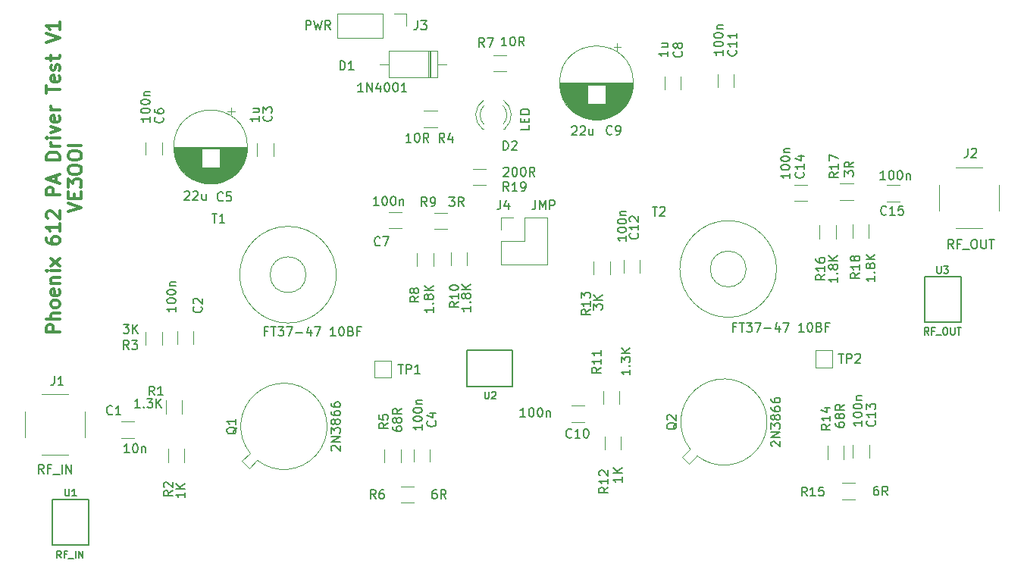
<source format=gbr>
%TF.GenerationSoftware,KiCad,Pcbnew,(6.0.7)*%
%TF.CreationDate,2023-01-19T20:49:39-05:00*%
%TF.ProjectId,Phoenix612_Stage_2_PA_Testing_v1,50686f65-6e69-4783-9631-325f53746167,rev?*%
%TF.SameCoordinates,Original*%
%TF.FileFunction,Legend,Top*%
%TF.FilePolarity,Positive*%
%FSLAX46Y46*%
G04 Gerber Fmt 4.6, Leading zero omitted, Abs format (unit mm)*
G04 Created by KiCad (PCBNEW (6.0.7)) date 2023-01-19 20:49:39*
%MOMM*%
%LPD*%
G01*
G04 APERTURE LIST*
%ADD10C,0.300000*%
%ADD11C,0.150000*%
%ADD12C,0.120000*%
%ADD13C,0.127000*%
G04 APERTURE END LIST*
D10*
X33456271Y-67526914D02*
X31956271Y-67526914D01*
X31956271Y-66955485D01*
X32027700Y-66812628D01*
X32099128Y-66741200D01*
X32241985Y-66669771D01*
X32456271Y-66669771D01*
X32599128Y-66741200D01*
X32670557Y-66812628D01*
X32741985Y-66955485D01*
X32741985Y-67526914D01*
X33456271Y-66026914D02*
X31956271Y-66026914D01*
X33456271Y-65384057D02*
X32670557Y-65384057D01*
X32527700Y-65455485D01*
X32456271Y-65598342D01*
X32456271Y-65812628D01*
X32527700Y-65955485D01*
X32599128Y-66026914D01*
X33456271Y-64455485D02*
X33384842Y-64598342D01*
X33313414Y-64669771D01*
X33170557Y-64741200D01*
X32741985Y-64741200D01*
X32599128Y-64669771D01*
X32527700Y-64598342D01*
X32456271Y-64455485D01*
X32456271Y-64241200D01*
X32527700Y-64098342D01*
X32599128Y-64026914D01*
X32741985Y-63955485D01*
X33170557Y-63955485D01*
X33313414Y-64026914D01*
X33384842Y-64098342D01*
X33456271Y-64241200D01*
X33456271Y-64455485D01*
X33384842Y-62741200D02*
X33456271Y-62884057D01*
X33456271Y-63169771D01*
X33384842Y-63312628D01*
X33241985Y-63384057D01*
X32670557Y-63384057D01*
X32527700Y-63312628D01*
X32456271Y-63169771D01*
X32456271Y-62884057D01*
X32527700Y-62741200D01*
X32670557Y-62669771D01*
X32813414Y-62669771D01*
X32956271Y-63384057D01*
X32456271Y-62026914D02*
X33456271Y-62026914D01*
X32599128Y-62026914D02*
X32527700Y-61955485D01*
X32456271Y-61812628D01*
X32456271Y-61598342D01*
X32527700Y-61455485D01*
X32670557Y-61384057D01*
X33456271Y-61384057D01*
X33456271Y-60669771D02*
X32456271Y-60669771D01*
X31956271Y-60669771D02*
X32027700Y-60741200D01*
X32099128Y-60669771D01*
X32027700Y-60598342D01*
X31956271Y-60669771D01*
X32099128Y-60669771D01*
X33456271Y-60098342D02*
X32456271Y-59312628D01*
X32456271Y-60098342D02*
X33456271Y-59312628D01*
X31956271Y-56955485D02*
X31956271Y-57241200D01*
X32027700Y-57384057D01*
X32099128Y-57455485D01*
X32313414Y-57598342D01*
X32599128Y-57669771D01*
X33170557Y-57669771D01*
X33313414Y-57598342D01*
X33384842Y-57526914D01*
X33456271Y-57384057D01*
X33456271Y-57098342D01*
X33384842Y-56955485D01*
X33313414Y-56884057D01*
X33170557Y-56812628D01*
X32813414Y-56812628D01*
X32670557Y-56884057D01*
X32599128Y-56955485D01*
X32527700Y-57098342D01*
X32527700Y-57384057D01*
X32599128Y-57526914D01*
X32670557Y-57598342D01*
X32813414Y-57669771D01*
X33456271Y-55384057D02*
X33456271Y-56241200D01*
X33456271Y-55812628D02*
X31956271Y-55812628D01*
X32170557Y-55955485D01*
X32313414Y-56098342D01*
X32384842Y-56241200D01*
X32099128Y-54812628D02*
X32027700Y-54741200D01*
X31956271Y-54598342D01*
X31956271Y-54241200D01*
X32027700Y-54098342D01*
X32099128Y-54026914D01*
X32241985Y-53955485D01*
X32384842Y-53955485D01*
X32599128Y-54026914D01*
X33456271Y-54884057D01*
X33456271Y-53955485D01*
X33456271Y-52169771D02*
X31956271Y-52169771D01*
X31956271Y-51598342D01*
X32027700Y-51455485D01*
X32099128Y-51384057D01*
X32241985Y-51312628D01*
X32456271Y-51312628D01*
X32599128Y-51384057D01*
X32670557Y-51455485D01*
X32741985Y-51598342D01*
X32741985Y-52169771D01*
X33027700Y-50741200D02*
X33027700Y-50026914D01*
X33456271Y-50884057D02*
X31956271Y-50384057D01*
X33456271Y-49884057D01*
X33456271Y-48241200D02*
X31956271Y-48241200D01*
X31956271Y-47884057D01*
X32027700Y-47669771D01*
X32170557Y-47526914D01*
X32313414Y-47455485D01*
X32599128Y-47384057D01*
X32813414Y-47384057D01*
X33099128Y-47455485D01*
X33241985Y-47526914D01*
X33384842Y-47669771D01*
X33456271Y-47884057D01*
X33456271Y-48241200D01*
X33456271Y-46741200D02*
X32456271Y-46741200D01*
X32741985Y-46741200D02*
X32599128Y-46669771D01*
X32527700Y-46598342D01*
X32456271Y-46455485D01*
X32456271Y-46312628D01*
X33456271Y-45812628D02*
X32456271Y-45812628D01*
X31956271Y-45812628D02*
X32027700Y-45884057D01*
X32099128Y-45812628D01*
X32027700Y-45741200D01*
X31956271Y-45812628D01*
X32099128Y-45812628D01*
X32456271Y-45241200D02*
X33456271Y-44884057D01*
X32456271Y-44526914D01*
X33384842Y-43384057D02*
X33456271Y-43526914D01*
X33456271Y-43812628D01*
X33384842Y-43955485D01*
X33241985Y-44026914D01*
X32670557Y-44026914D01*
X32527700Y-43955485D01*
X32456271Y-43812628D01*
X32456271Y-43526914D01*
X32527700Y-43384057D01*
X32670557Y-43312628D01*
X32813414Y-43312628D01*
X32956271Y-44026914D01*
X33456271Y-42669771D02*
X32456271Y-42669771D01*
X32741985Y-42669771D02*
X32599128Y-42598342D01*
X32527700Y-42526914D01*
X32456271Y-42384057D01*
X32456271Y-42241200D01*
X31956271Y-40812628D02*
X31956271Y-39955485D01*
X33456271Y-40384057D02*
X31956271Y-40384057D01*
X33384842Y-38884057D02*
X33456271Y-39026914D01*
X33456271Y-39312628D01*
X33384842Y-39455485D01*
X33241985Y-39526914D01*
X32670557Y-39526914D01*
X32527700Y-39455485D01*
X32456271Y-39312628D01*
X32456271Y-39026914D01*
X32527700Y-38884057D01*
X32670557Y-38812628D01*
X32813414Y-38812628D01*
X32956271Y-39526914D01*
X33384842Y-38241200D02*
X33456271Y-38098342D01*
X33456271Y-37812628D01*
X33384842Y-37669771D01*
X33241985Y-37598342D01*
X33170557Y-37598342D01*
X33027700Y-37669771D01*
X32956271Y-37812628D01*
X32956271Y-38026914D01*
X32884842Y-38169771D01*
X32741985Y-38241200D01*
X32670557Y-38241200D01*
X32527700Y-38169771D01*
X32456271Y-38026914D01*
X32456271Y-37812628D01*
X32527700Y-37669771D01*
X32456271Y-37169771D02*
X32456271Y-36598342D01*
X31956271Y-36955485D02*
X33241985Y-36955485D01*
X33384842Y-36884057D01*
X33456271Y-36741200D01*
X33456271Y-36598342D01*
X31956271Y-35169771D02*
X33456271Y-34669771D01*
X31956271Y-34169771D01*
X33456271Y-32884057D02*
X33456271Y-33741200D01*
X33456271Y-33312628D02*
X31956271Y-33312628D01*
X32170557Y-33455485D01*
X32313414Y-33598342D01*
X32384842Y-33741200D01*
X34371271Y-54062628D02*
X35871271Y-53562628D01*
X34371271Y-53062628D01*
X35085557Y-52562628D02*
X35085557Y-52062628D01*
X35871271Y-51848342D02*
X35871271Y-52562628D01*
X34371271Y-52562628D01*
X34371271Y-51848342D01*
X34371271Y-51348342D02*
X34371271Y-50419771D01*
X34942700Y-50919771D01*
X34942700Y-50705485D01*
X35014128Y-50562628D01*
X35085557Y-50491200D01*
X35228414Y-50419771D01*
X35585557Y-50419771D01*
X35728414Y-50491200D01*
X35799842Y-50562628D01*
X35871271Y-50705485D01*
X35871271Y-51134057D01*
X35799842Y-51276914D01*
X35728414Y-51348342D01*
X34371271Y-49491200D02*
X34371271Y-49205485D01*
X34442700Y-49062628D01*
X34585557Y-48919771D01*
X34871271Y-48848342D01*
X35371271Y-48848342D01*
X35656985Y-48919771D01*
X35799842Y-49062628D01*
X35871271Y-49205485D01*
X35871271Y-49491200D01*
X35799842Y-49634057D01*
X35656985Y-49776914D01*
X35371271Y-49848342D01*
X34871271Y-49848342D01*
X34585557Y-49776914D01*
X34442700Y-49634057D01*
X34371271Y-49491200D01*
X34371271Y-47919771D02*
X34371271Y-47634057D01*
X34442700Y-47491200D01*
X34585557Y-47348342D01*
X34871271Y-47276914D01*
X35371271Y-47276914D01*
X35656985Y-47348342D01*
X35799842Y-47491200D01*
X35871271Y-47634057D01*
X35871271Y-47919771D01*
X35799842Y-48062628D01*
X35656985Y-48205485D01*
X35371271Y-48276914D01*
X34871271Y-48276914D01*
X34585557Y-48205485D01*
X34442700Y-48062628D01*
X34371271Y-47919771D01*
X35871271Y-46634057D02*
X34371271Y-46634057D01*
D11*
%TO.C,C11*%
X108980242Y-36012357D02*
X109027861Y-36059976D01*
X109075480Y-36202833D01*
X109075480Y-36298071D01*
X109027861Y-36440928D01*
X108932623Y-36536166D01*
X108837385Y-36583785D01*
X108646909Y-36631404D01*
X108504052Y-36631404D01*
X108313576Y-36583785D01*
X108218338Y-36536166D01*
X108123100Y-36440928D01*
X108075480Y-36298071D01*
X108075480Y-36202833D01*
X108123100Y-36059976D01*
X108170719Y-36012357D01*
X109075480Y-35059976D02*
X109075480Y-35631404D01*
X109075480Y-35345690D02*
X108075480Y-35345690D01*
X108218338Y-35440928D01*
X108313576Y-35536166D01*
X108361195Y-35631404D01*
X109075480Y-34107595D02*
X109075480Y-34679023D01*
X109075480Y-34393309D02*
X108075480Y-34393309D01*
X108218338Y-34488547D01*
X108313576Y-34583785D01*
X108361195Y-34679023D01*
X107526080Y-35980547D02*
X107526080Y-36551976D01*
X107526080Y-36266261D02*
X106526080Y-36266261D01*
X106668938Y-36361500D01*
X106764176Y-36456738D01*
X106811795Y-36551976D01*
X106526080Y-35361500D02*
X106526080Y-35266261D01*
X106573700Y-35171023D01*
X106621319Y-35123404D01*
X106716557Y-35075785D01*
X106907033Y-35028166D01*
X107145128Y-35028166D01*
X107335604Y-35075785D01*
X107430842Y-35123404D01*
X107478461Y-35171023D01*
X107526080Y-35266261D01*
X107526080Y-35361500D01*
X107478461Y-35456738D01*
X107430842Y-35504357D01*
X107335604Y-35551976D01*
X107145128Y-35599595D01*
X106907033Y-35599595D01*
X106716557Y-35551976D01*
X106621319Y-35504357D01*
X106573700Y-35456738D01*
X106526080Y-35361500D01*
X106526080Y-34409119D02*
X106526080Y-34313880D01*
X106573700Y-34218642D01*
X106621319Y-34171023D01*
X106716557Y-34123404D01*
X106907033Y-34075785D01*
X107145128Y-34075785D01*
X107335604Y-34123404D01*
X107430842Y-34171023D01*
X107478461Y-34218642D01*
X107526080Y-34313880D01*
X107526080Y-34409119D01*
X107478461Y-34504357D01*
X107430842Y-34551976D01*
X107335604Y-34599595D01*
X107145128Y-34647214D01*
X106907033Y-34647214D01*
X106716557Y-34599595D01*
X106621319Y-34551976D01*
X106573700Y-34504357D01*
X106526080Y-34409119D01*
X106859414Y-33647214D02*
X107526080Y-33647214D01*
X106954652Y-33647214D02*
X106907033Y-33599595D01*
X106859414Y-33504357D01*
X106859414Y-33361500D01*
X106907033Y-33266261D01*
X107002271Y-33218642D01*
X107526080Y-33218642D01*
%TO.C,U3*%
X131454674Y-60147803D02*
X131454674Y-60785224D01*
X131492170Y-60860215D01*
X131529665Y-60897710D01*
X131604656Y-60935205D01*
X131754637Y-60935205D01*
X131829628Y-60897710D01*
X131867123Y-60860215D01*
X131904618Y-60785224D01*
X131904618Y-60147803D01*
X132204581Y-60147803D02*
X132692020Y-60147803D01*
X132429553Y-60447766D01*
X132542039Y-60447766D01*
X132617030Y-60485261D01*
X132654525Y-60522757D01*
X132692020Y-60597747D01*
X132692020Y-60785224D01*
X132654525Y-60860215D01*
X132617030Y-60897710D01*
X132542039Y-60935205D01*
X132317067Y-60935205D01*
X132242076Y-60897710D01*
X132204581Y-60860215D01*
X130536039Y-67793205D02*
X130273571Y-67418252D01*
X130086095Y-67793205D02*
X130086095Y-67005803D01*
X130386057Y-67005803D01*
X130461048Y-67043299D01*
X130498543Y-67080794D01*
X130536039Y-67155785D01*
X130536039Y-67268271D01*
X130498543Y-67343261D01*
X130461048Y-67380757D01*
X130386057Y-67418252D01*
X130086095Y-67418252D01*
X131135964Y-67380757D02*
X130873497Y-67380757D01*
X130873497Y-67793205D02*
X130873497Y-67005803D01*
X131248450Y-67005803D01*
X131360936Y-67868196D02*
X131960861Y-67868196D01*
X132298319Y-67005803D02*
X132448301Y-67005803D01*
X132523291Y-67043299D01*
X132598282Y-67118289D01*
X132635777Y-67268271D01*
X132635777Y-67530738D01*
X132598282Y-67680719D01*
X132523291Y-67755710D01*
X132448301Y-67793205D01*
X132298319Y-67793205D01*
X132223329Y-67755710D01*
X132148338Y-67680719D01*
X132110843Y-67530738D01*
X132110843Y-67268271D01*
X132148338Y-67118289D01*
X132223329Y-67043299D01*
X132298319Y-67005803D01*
X132973235Y-67005803D02*
X132973235Y-67643224D01*
X133010731Y-67718215D01*
X133048226Y-67755710D01*
X133123217Y-67793205D01*
X133273198Y-67793205D01*
X133348189Y-67755710D01*
X133385684Y-67718215D01*
X133423179Y-67643224D01*
X133423179Y-67005803D01*
X133685647Y-67005803D02*
X134135591Y-67005803D01*
X133910619Y-67793205D02*
X133910619Y-67005803D01*
%TO.C,C5*%
X51687433Y-52770042D02*
X51639814Y-52817661D01*
X51496957Y-52865280D01*
X51401719Y-52865280D01*
X51258861Y-52817661D01*
X51163623Y-52722423D01*
X51116004Y-52627185D01*
X51068385Y-52436709D01*
X51068385Y-52293852D01*
X51116004Y-52103376D01*
X51163623Y-52008138D01*
X51258861Y-51912900D01*
X51401719Y-51865280D01*
X51496957Y-51865280D01*
X51639814Y-51912900D01*
X51687433Y-51960519D01*
X52592195Y-51865280D02*
X52116004Y-51865280D01*
X52068385Y-52341471D01*
X52116004Y-52293852D01*
X52211242Y-52246233D01*
X52449338Y-52246233D01*
X52544576Y-52293852D01*
X52592195Y-52341471D01*
X52639814Y-52436709D01*
X52639814Y-52674804D01*
X52592195Y-52770042D01*
X52544576Y-52817661D01*
X52449338Y-52865280D01*
X52211242Y-52865280D01*
X52116004Y-52817661D01*
X52068385Y-52770042D01*
X47388614Y-51833519D02*
X47436233Y-51785900D01*
X47531471Y-51738280D01*
X47769566Y-51738280D01*
X47864804Y-51785900D01*
X47912423Y-51833519D01*
X47960042Y-51928757D01*
X47960042Y-52023995D01*
X47912423Y-52166852D01*
X47340995Y-52738280D01*
X47960042Y-52738280D01*
X48340995Y-51833519D02*
X48388614Y-51785900D01*
X48483852Y-51738280D01*
X48721947Y-51738280D01*
X48817185Y-51785900D01*
X48864804Y-51833519D01*
X48912423Y-51928757D01*
X48912423Y-52023995D01*
X48864804Y-52166852D01*
X48293376Y-52738280D01*
X48912423Y-52738280D01*
X49769566Y-52071614D02*
X49769566Y-52738280D01*
X49340995Y-52071614D02*
X49340995Y-52595423D01*
X49388614Y-52690661D01*
X49483852Y-52738280D01*
X49626709Y-52738280D01*
X49721947Y-52690661D01*
X49769566Y-52643042D01*
%TO.C,C7*%
X69226133Y-57761142D02*
X69178514Y-57808761D01*
X69035657Y-57856380D01*
X68940419Y-57856380D01*
X68797561Y-57808761D01*
X68702323Y-57713523D01*
X68654704Y-57618285D01*
X68607085Y-57427809D01*
X68607085Y-57284952D01*
X68654704Y-57094476D01*
X68702323Y-56999238D01*
X68797561Y-56904000D01*
X68940419Y-56856380D01*
X69035657Y-56856380D01*
X69178514Y-56904000D01*
X69226133Y-56951619D01*
X69559466Y-56856380D02*
X70226133Y-56856380D01*
X69797561Y-57856380D01*
X69086552Y-53335180D02*
X68515123Y-53335180D01*
X68800838Y-53335180D02*
X68800838Y-52335180D01*
X68705600Y-52478038D01*
X68610361Y-52573276D01*
X68515123Y-52620895D01*
X69705600Y-52335180D02*
X69800838Y-52335180D01*
X69896076Y-52382800D01*
X69943695Y-52430419D01*
X69991314Y-52525657D01*
X70038933Y-52716133D01*
X70038933Y-52954228D01*
X69991314Y-53144704D01*
X69943695Y-53239942D01*
X69896076Y-53287561D01*
X69800838Y-53335180D01*
X69705600Y-53335180D01*
X69610361Y-53287561D01*
X69562742Y-53239942D01*
X69515123Y-53144704D01*
X69467504Y-52954228D01*
X69467504Y-52716133D01*
X69515123Y-52525657D01*
X69562742Y-52430419D01*
X69610361Y-52382800D01*
X69705600Y-52335180D01*
X70657980Y-52335180D02*
X70753219Y-52335180D01*
X70848457Y-52382800D01*
X70896076Y-52430419D01*
X70943695Y-52525657D01*
X70991314Y-52716133D01*
X70991314Y-52954228D01*
X70943695Y-53144704D01*
X70896076Y-53239942D01*
X70848457Y-53287561D01*
X70753219Y-53335180D01*
X70657980Y-53335180D01*
X70562742Y-53287561D01*
X70515123Y-53239942D01*
X70467504Y-53144704D01*
X70419885Y-52954228D01*
X70419885Y-52716133D01*
X70467504Y-52525657D01*
X70515123Y-52430419D01*
X70562742Y-52382800D01*
X70657980Y-52335180D01*
X71419885Y-52668514D02*
X71419885Y-53335180D01*
X71419885Y-52763752D02*
X71467504Y-52716133D01*
X71562742Y-52668514D01*
X71705600Y-52668514D01*
X71800838Y-52716133D01*
X71848457Y-52811371D01*
X71848457Y-53335180D01*
%TO.C,R18*%
X122798811Y-60887968D02*
X122322621Y-61221301D01*
X122798811Y-61459396D02*
X121798811Y-61459396D01*
X121798811Y-61078444D01*
X121846431Y-60983206D01*
X121894050Y-60935587D01*
X121989288Y-60887968D01*
X122132145Y-60887968D01*
X122227383Y-60935587D01*
X122275002Y-60983206D01*
X122322621Y-61078444D01*
X122322621Y-61459396D01*
X122798811Y-59935587D02*
X122798811Y-60507015D01*
X122798811Y-60221301D02*
X121798811Y-60221301D01*
X121941669Y-60316539D01*
X122036907Y-60411777D01*
X122084526Y-60507015D01*
X122227383Y-59364158D02*
X122179764Y-59459396D01*
X122132145Y-59507015D01*
X122036907Y-59554634D01*
X121989288Y-59554634D01*
X121894050Y-59507015D01*
X121846431Y-59459396D01*
X121798811Y-59364158D01*
X121798811Y-59173682D01*
X121846431Y-59078444D01*
X121894050Y-59030825D01*
X121989288Y-58983206D01*
X122036907Y-58983206D01*
X122132145Y-59030825D01*
X122179764Y-59078444D01*
X122227383Y-59173682D01*
X122227383Y-59364158D01*
X122275002Y-59459396D01*
X122322621Y-59507015D01*
X122417859Y-59554634D01*
X122608335Y-59554634D01*
X122703573Y-59507015D01*
X122751192Y-59459396D01*
X122798811Y-59364158D01*
X122798811Y-59173682D01*
X122751192Y-59078444D01*
X122703573Y-59030825D01*
X122608335Y-58983206D01*
X122417859Y-58983206D01*
X122322621Y-59030825D01*
X122275002Y-59078444D01*
X122227383Y-59173682D01*
X124526011Y-61249882D02*
X124526011Y-61821311D01*
X124526011Y-61535596D02*
X123526011Y-61535596D01*
X123668869Y-61630834D01*
X123764107Y-61726072D01*
X123811726Y-61821311D01*
X124430773Y-60821311D02*
X124478392Y-60773691D01*
X124526011Y-60821311D01*
X124478392Y-60868930D01*
X124430773Y-60821311D01*
X124526011Y-60821311D01*
X123954583Y-60202263D02*
X123906964Y-60297501D01*
X123859345Y-60345120D01*
X123764107Y-60392739D01*
X123716488Y-60392739D01*
X123621250Y-60345120D01*
X123573631Y-60297501D01*
X123526011Y-60202263D01*
X123526011Y-60011787D01*
X123573631Y-59916549D01*
X123621250Y-59868930D01*
X123716488Y-59821311D01*
X123764107Y-59821311D01*
X123859345Y-59868930D01*
X123906964Y-59916549D01*
X123954583Y-60011787D01*
X123954583Y-60202263D01*
X124002202Y-60297501D01*
X124049821Y-60345120D01*
X124145059Y-60392739D01*
X124335535Y-60392739D01*
X124430773Y-60345120D01*
X124478392Y-60297501D01*
X124526011Y-60202263D01*
X124526011Y-60011787D01*
X124478392Y-59916549D01*
X124430773Y-59868930D01*
X124335535Y-59821311D01*
X124145059Y-59821311D01*
X124049821Y-59868930D01*
X124002202Y-59916549D01*
X123954583Y-60011787D01*
X124526011Y-59392739D02*
X123526011Y-59392739D01*
X124526011Y-58821311D02*
X123954583Y-59249882D01*
X123526011Y-58821311D02*
X124097440Y-59392739D01*
%TO.C,C2*%
X49252142Y-64682666D02*
X49299761Y-64730285D01*
X49347380Y-64873142D01*
X49347380Y-64968380D01*
X49299761Y-65111238D01*
X49204523Y-65206476D01*
X49109285Y-65254095D01*
X48918809Y-65301714D01*
X48775952Y-65301714D01*
X48585476Y-65254095D01*
X48490238Y-65206476D01*
X48395000Y-65111238D01*
X48347380Y-64968380D01*
X48347380Y-64873142D01*
X48395000Y-64730285D01*
X48442619Y-64682666D01*
X48442619Y-64301714D02*
X48395000Y-64254095D01*
X48347380Y-64158857D01*
X48347380Y-63920761D01*
X48395000Y-63825523D01*
X48442619Y-63777904D01*
X48537857Y-63730285D01*
X48633095Y-63730285D01*
X48775952Y-63777904D01*
X49347380Y-64349333D01*
X49347380Y-63730285D01*
X46400980Y-64669847D02*
X46400980Y-65241276D01*
X46400980Y-64955561D02*
X45400980Y-64955561D01*
X45543838Y-65050800D01*
X45639076Y-65146038D01*
X45686695Y-65241276D01*
X45400980Y-64050800D02*
X45400980Y-63955561D01*
X45448600Y-63860323D01*
X45496219Y-63812704D01*
X45591457Y-63765085D01*
X45781933Y-63717466D01*
X46020028Y-63717466D01*
X46210504Y-63765085D01*
X46305742Y-63812704D01*
X46353361Y-63860323D01*
X46400980Y-63955561D01*
X46400980Y-64050800D01*
X46353361Y-64146038D01*
X46305742Y-64193657D01*
X46210504Y-64241276D01*
X46020028Y-64288895D01*
X45781933Y-64288895D01*
X45591457Y-64241276D01*
X45496219Y-64193657D01*
X45448600Y-64146038D01*
X45400980Y-64050800D01*
X45400980Y-63098419D02*
X45400980Y-63003180D01*
X45448600Y-62907942D01*
X45496219Y-62860323D01*
X45591457Y-62812704D01*
X45781933Y-62765085D01*
X46020028Y-62765085D01*
X46210504Y-62812704D01*
X46305742Y-62860323D01*
X46353361Y-62907942D01*
X46400980Y-63003180D01*
X46400980Y-63098419D01*
X46353361Y-63193657D01*
X46305742Y-63241276D01*
X46210504Y-63288895D01*
X46020028Y-63336514D01*
X45781933Y-63336514D01*
X45591457Y-63288895D01*
X45496219Y-63241276D01*
X45448600Y-63193657D01*
X45400980Y-63098419D01*
X45734314Y-62336514D02*
X46400980Y-62336514D01*
X45829552Y-62336514D02*
X45781933Y-62288895D01*
X45734314Y-62193657D01*
X45734314Y-62050800D01*
X45781933Y-61955561D01*
X45877171Y-61907942D01*
X46400980Y-61907942D01*
%TO.C,C12*%
X97994742Y-56472057D02*
X98042361Y-56519676D01*
X98089980Y-56662533D01*
X98089980Y-56757771D01*
X98042361Y-56900628D01*
X97947123Y-56995866D01*
X97851885Y-57043485D01*
X97661409Y-57091104D01*
X97518552Y-57091104D01*
X97328076Y-57043485D01*
X97232838Y-56995866D01*
X97137600Y-56900628D01*
X97089980Y-56757771D01*
X97089980Y-56662533D01*
X97137600Y-56519676D01*
X97185219Y-56472057D01*
X98089980Y-55519676D02*
X98089980Y-56091104D01*
X98089980Y-55805390D02*
X97089980Y-55805390D01*
X97232838Y-55900628D01*
X97328076Y-55995866D01*
X97375695Y-56091104D01*
X97185219Y-55138723D02*
X97137600Y-55091104D01*
X97089980Y-54995866D01*
X97089980Y-54757771D01*
X97137600Y-54662533D01*
X97185219Y-54614914D01*
X97280457Y-54567295D01*
X97375695Y-54567295D01*
X97518552Y-54614914D01*
X98089980Y-55186342D01*
X98089980Y-54567295D01*
X96743780Y-56745047D02*
X96743780Y-57316476D01*
X96743780Y-57030761D02*
X95743780Y-57030761D01*
X95886638Y-57126000D01*
X95981876Y-57221238D01*
X96029495Y-57316476D01*
X95743780Y-56126000D02*
X95743780Y-56030761D01*
X95791400Y-55935523D01*
X95839019Y-55887904D01*
X95934257Y-55840285D01*
X96124733Y-55792666D01*
X96362828Y-55792666D01*
X96553304Y-55840285D01*
X96648542Y-55887904D01*
X96696161Y-55935523D01*
X96743780Y-56030761D01*
X96743780Y-56126000D01*
X96696161Y-56221238D01*
X96648542Y-56268857D01*
X96553304Y-56316476D01*
X96362828Y-56364095D01*
X96124733Y-56364095D01*
X95934257Y-56316476D01*
X95839019Y-56268857D01*
X95791400Y-56221238D01*
X95743780Y-56126000D01*
X95743780Y-55173619D02*
X95743780Y-55078380D01*
X95791400Y-54983142D01*
X95839019Y-54935523D01*
X95934257Y-54887904D01*
X96124733Y-54840285D01*
X96362828Y-54840285D01*
X96553304Y-54887904D01*
X96648542Y-54935523D01*
X96696161Y-54983142D01*
X96743780Y-55078380D01*
X96743780Y-55173619D01*
X96696161Y-55268857D01*
X96648542Y-55316476D01*
X96553304Y-55364095D01*
X96362828Y-55411714D01*
X96124733Y-55411714D01*
X95934257Y-55364095D01*
X95839019Y-55316476D01*
X95791400Y-55268857D01*
X95743780Y-55173619D01*
X96077114Y-54411714D02*
X96743780Y-54411714D01*
X96172352Y-54411714D02*
X96124733Y-54364095D01*
X96077114Y-54268857D01*
X96077114Y-54126000D01*
X96124733Y-54030761D01*
X96219971Y-53983142D01*
X96743780Y-53983142D01*
%TO.C,R5*%
X70124580Y-77662066D02*
X69648390Y-77995400D01*
X70124580Y-78233495D02*
X69124580Y-78233495D01*
X69124580Y-77852542D01*
X69172200Y-77757304D01*
X69219819Y-77709685D01*
X69315057Y-77662066D01*
X69457914Y-77662066D01*
X69553152Y-77709685D01*
X69600771Y-77757304D01*
X69648390Y-77852542D01*
X69648390Y-78233495D01*
X69124580Y-76757304D02*
X69124580Y-77233495D01*
X69600771Y-77281114D01*
X69553152Y-77233495D01*
X69505533Y-77138257D01*
X69505533Y-76900161D01*
X69553152Y-76804923D01*
X69600771Y-76757304D01*
X69696009Y-76709685D01*
X69934104Y-76709685D01*
X70029342Y-76757304D01*
X70076961Y-76804923D01*
X70124580Y-76900161D01*
X70124580Y-77138257D01*
X70076961Y-77233495D01*
X70029342Y-77281114D01*
X70648580Y-78103314D02*
X70648580Y-78293790D01*
X70696200Y-78389028D01*
X70743819Y-78436647D01*
X70886676Y-78531885D01*
X71077152Y-78579504D01*
X71458104Y-78579504D01*
X71553342Y-78531885D01*
X71600961Y-78484266D01*
X71648580Y-78389028D01*
X71648580Y-78198552D01*
X71600961Y-78103314D01*
X71553342Y-78055695D01*
X71458104Y-78008076D01*
X71220009Y-78008076D01*
X71124771Y-78055695D01*
X71077152Y-78103314D01*
X71029533Y-78198552D01*
X71029533Y-78389028D01*
X71077152Y-78484266D01*
X71124771Y-78531885D01*
X71220009Y-78579504D01*
X71077152Y-77436647D02*
X71029533Y-77531885D01*
X70981914Y-77579504D01*
X70886676Y-77627123D01*
X70839057Y-77627123D01*
X70743819Y-77579504D01*
X70696200Y-77531885D01*
X70648580Y-77436647D01*
X70648580Y-77246171D01*
X70696200Y-77150933D01*
X70743819Y-77103314D01*
X70839057Y-77055695D01*
X70886676Y-77055695D01*
X70981914Y-77103314D01*
X71029533Y-77150933D01*
X71077152Y-77246171D01*
X71077152Y-77436647D01*
X71124771Y-77531885D01*
X71172390Y-77579504D01*
X71267628Y-77627123D01*
X71458104Y-77627123D01*
X71553342Y-77579504D01*
X71600961Y-77531885D01*
X71648580Y-77436647D01*
X71648580Y-77246171D01*
X71600961Y-77150933D01*
X71553342Y-77103314D01*
X71458104Y-77055695D01*
X71267628Y-77055695D01*
X71172390Y-77103314D01*
X71124771Y-77150933D01*
X71077152Y-77246171D01*
X71648580Y-76055695D02*
X71172390Y-76389028D01*
X71648580Y-76627123D02*
X70648580Y-76627123D01*
X70648580Y-76246171D01*
X70696200Y-76150933D01*
X70743819Y-76103314D01*
X70839057Y-76055695D01*
X70981914Y-76055695D01*
X71077152Y-76103314D01*
X71124771Y-76150933D01*
X71172390Y-76246171D01*
X71172390Y-76627123D01*
%TO.C,R12*%
X94706411Y-84840168D02*
X94230221Y-85173501D01*
X94706411Y-85411596D02*
X93706411Y-85411596D01*
X93706411Y-85030644D01*
X93754031Y-84935406D01*
X93801650Y-84887787D01*
X93896888Y-84840168D01*
X94039745Y-84840168D01*
X94134983Y-84887787D01*
X94182602Y-84935406D01*
X94230221Y-85030644D01*
X94230221Y-85411596D01*
X94706411Y-83887787D02*
X94706411Y-84459215D01*
X94706411Y-84173501D02*
X93706411Y-84173501D01*
X93849269Y-84268739D01*
X93944507Y-84363977D01*
X93992126Y-84459215D01*
X93801650Y-83506834D02*
X93754031Y-83459215D01*
X93706411Y-83363977D01*
X93706411Y-83125882D01*
X93754031Y-83030644D01*
X93801650Y-82983025D01*
X93896888Y-82935406D01*
X93992126Y-82935406D01*
X94134983Y-82983025D01*
X94706411Y-83554453D01*
X94706411Y-82935406D01*
X96255811Y-83674996D02*
X96255811Y-84246425D01*
X96255811Y-83960711D02*
X95255811Y-83960711D01*
X95398669Y-84055949D01*
X95493907Y-84151187D01*
X95541526Y-84246425D01*
X96255811Y-83246425D02*
X95255811Y-83246425D01*
X96255811Y-82674996D02*
X95684383Y-83103568D01*
X95255811Y-82674996D02*
X95827240Y-83246425D01*
%TO.C,C1*%
X39330333Y-76633342D02*
X39282714Y-76680961D01*
X39139857Y-76728580D01*
X39044619Y-76728580D01*
X38901761Y-76680961D01*
X38806523Y-76585723D01*
X38758904Y-76490485D01*
X38711285Y-76300009D01*
X38711285Y-76157152D01*
X38758904Y-75966676D01*
X38806523Y-75871438D01*
X38901761Y-75776200D01*
X39044619Y-75728580D01*
X39139857Y-75728580D01*
X39282714Y-75776200D01*
X39330333Y-75823819D01*
X40282714Y-76728580D02*
X39711285Y-76728580D01*
X39997000Y-76728580D02*
X39997000Y-75728580D01*
X39901761Y-75871438D01*
X39806523Y-75966676D01*
X39711285Y-76014295D01*
X41216342Y-80970380D02*
X40644914Y-80970380D01*
X40930628Y-80970380D02*
X40930628Y-79970380D01*
X40835390Y-80113238D01*
X40740152Y-80208476D01*
X40644914Y-80256095D01*
X41835390Y-79970380D02*
X41930628Y-79970380D01*
X42025866Y-80018000D01*
X42073485Y-80065619D01*
X42121104Y-80160857D01*
X42168723Y-80351333D01*
X42168723Y-80589428D01*
X42121104Y-80779904D01*
X42073485Y-80875142D01*
X42025866Y-80922761D01*
X41930628Y-80970380D01*
X41835390Y-80970380D01*
X41740152Y-80922761D01*
X41692533Y-80875142D01*
X41644914Y-80779904D01*
X41597295Y-80589428D01*
X41597295Y-80351333D01*
X41644914Y-80160857D01*
X41692533Y-80065619D01*
X41740152Y-80018000D01*
X41835390Y-79970380D01*
X42597295Y-80303714D02*
X42597295Y-80970380D01*
X42597295Y-80398952D02*
X42644914Y-80351333D01*
X42740152Y-80303714D01*
X42883009Y-80303714D01*
X42978247Y-80351333D01*
X43025866Y-80446571D01*
X43025866Y-80970380D01*
%TO.C,C9*%
X95146833Y-45353242D02*
X95099214Y-45400861D01*
X94956357Y-45448480D01*
X94861119Y-45448480D01*
X94718261Y-45400861D01*
X94623023Y-45305623D01*
X94575404Y-45210385D01*
X94527785Y-45019909D01*
X94527785Y-44877052D01*
X94575404Y-44686576D01*
X94623023Y-44591338D01*
X94718261Y-44496100D01*
X94861119Y-44448480D01*
X94956357Y-44448480D01*
X95099214Y-44496100D01*
X95146833Y-44543719D01*
X95623023Y-45448480D02*
X95813500Y-45448480D01*
X95908738Y-45400861D01*
X95956357Y-45353242D01*
X96051595Y-45210385D01*
X96099214Y-45019909D01*
X96099214Y-44638957D01*
X96051595Y-44543719D01*
X96003976Y-44496100D01*
X95908738Y-44448480D01*
X95718261Y-44448480D01*
X95623023Y-44496100D01*
X95575404Y-44543719D01*
X95527785Y-44638957D01*
X95527785Y-44877052D01*
X95575404Y-44972290D01*
X95623023Y-45019909D01*
X95718261Y-45067528D01*
X95908738Y-45067528D01*
X96003976Y-45019909D01*
X96051595Y-44972290D01*
X96099214Y-44877052D01*
X90644814Y-44594519D02*
X90692433Y-44546900D01*
X90787671Y-44499280D01*
X91025766Y-44499280D01*
X91121004Y-44546900D01*
X91168623Y-44594519D01*
X91216242Y-44689757D01*
X91216242Y-44784995D01*
X91168623Y-44927852D01*
X90597195Y-45499280D01*
X91216242Y-45499280D01*
X91597195Y-44594519D02*
X91644814Y-44546900D01*
X91740052Y-44499280D01*
X91978147Y-44499280D01*
X92073385Y-44546900D01*
X92121004Y-44594519D01*
X92168623Y-44689757D01*
X92168623Y-44784995D01*
X92121004Y-44927852D01*
X91549576Y-45499280D01*
X92168623Y-45499280D01*
X93025766Y-44832614D02*
X93025766Y-45499280D01*
X92597195Y-44832614D02*
X92597195Y-45356423D01*
X92644814Y-45451661D01*
X92740052Y-45499280D01*
X92882909Y-45499280D01*
X92978147Y-45451661D01*
X93025766Y-45404042D01*
%TO.C,T2*%
X99644295Y-53503580D02*
X100215723Y-53503580D01*
X99930009Y-54503580D02*
X99930009Y-53503580D01*
X100501438Y-53598819D02*
X100549057Y-53551200D01*
X100644295Y-53503580D01*
X100882390Y-53503580D01*
X100977628Y-53551200D01*
X101025247Y-53598819D01*
X101072866Y-53694057D01*
X101072866Y-53789295D01*
X101025247Y-53932152D01*
X100453819Y-54503580D01*
X101072866Y-54503580D01*
X108971390Y-66933771D02*
X108638057Y-66933771D01*
X108638057Y-67457580D02*
X108638057Y-66457580D01*
X109114247Y-66457580D01*
X109352342Y-66457580D02*
X109923771Y-66457580D01*
X109638057Y-67457580D02*
X109638057Y-66457580D01*
X110161866Y-66457580D02*
X110780914Y-66457580D01*
X110447580Y-66838533D01*
X110590438Y-66838533D01*
X110685676Y-66886152D01*
X110733295Y-66933771D01*
X110780914Y-67029009D01*
X110780914Y-67267104D01*
X110733295Y-67362342D01*
X110685676Y-67409961D01*
X110590438Y-67457580D01*
X110304723Y-67457580D01*
X110209485Y-67409961D01*
X110161866Y-67362342D01*
X111114247Y-66457580D02*
X111780914Y-66457580D01*
X111352342Y-67457580D01*
X112161866Y-67076628D02*
X112923771Y-67076628D01*
X113828533Y-66790914D02*
X113828533Y-67457580D01*
X113590438Y-66409961D02*
X113352342Y-67124247D01*
X113971390Y-67124247D01*
X114257104Y-66457580D02*
X114923771Y-66457580D01*
X114495200Y-67457580D01*
X116590438Y-67457580D02*
X116019009Y-67457580D01*
X116304723Y-67457580D02*
X116304723Y-66457580D01*
X116209485Y-66600438D01*
X116114247Y-66695676D01*
X116019009Y-66743295D01*
X117209485Y-66457580D02*
X117304723Y-66457580D01*
X117399961Y-66505200D01*
X117447580Y-66552819D01*
X117495200Y-66648057D01*
X117542819Y-66838533D01*
X117542819Y-67076628D01*
X117495200Y-67267104D01*
X117447580Y-67362342D01*
X117399961Y-67409961D01*
X117304723Y-67457580D01*
X117209485Y-67457580D01*
X117114247Y-67409961D01*
X117066628Y-67362342D01*
X117019009Y-67267104D01*
X116971390Y-67076628D01*
X116971390Y-66838533D01*
X117019009Y-66648057D01*
X117066628Y-66552819D01*
X117114247Y-66505200D01*
X117209485Y-66457580D01*
X118304723Y-66933771D02*
X118447580Y-66981390D01*
X118495200Y-67029009D01*
X118542819Y-67124247D01*
X118542819Y-67267104D01*
X118495200Y-67362342D01*
X118447580Y-67409961D01*
X118352342Y-67457580D01*
X117971390Y-67457580D01*
X117971390Y-66457580D01*
X118304723Y-66457580D01*
X118399961Y-66505200D01*
X118447580Y-66552819D01*
X118495200Y-66648057D01*
X118495200Y-66743295D01*
X118447580Y-66838533D01*
X118399961Y-66886152D01*
X118304723Y-66933771D01*
X117971390Y-66933771D01*
X119304723Y-66933771D02*
X118971390Y-66933771D01*
X118971390Y-67457580D02*
X118971390Y-66457580D01*
X119447580Y-66457580D01*
%TO.C,U1*%
X34071074Y-85014403D02*
X34071074Y-85651824D01*
X34108570Y-85726815D01*
X34146065Y-85764310D01*
X34221056Y-85801805D01*
X34371037Y-85801805D01*
X34446028Y-85764310D01*
X34483523Y-85726815D01*
X34521018Y-85651824D01*
X34521018Y-85014403D01*
X35308420Y-85801805D02*
X34858476Y-85801805D01*
X35083448Y-85801805D02*
X35083448Y-85014403D01*
X35008458Y-85126889D01*
X34933467Y-85201880D01*
X34858476Y-85239375D01*
X33601173Y-92736005D02*
X33338706Y-92361052D01*
X33151229Y-92736005D02*
X33151229Y-91948603D01*
X33451192Y-91948603D01*
X33526183Y-91986099D01*
X33563678Y-92023594D01*
X33601173Y-92098585D01*
X33601173Y-92211071D01*
X33563678Y-92286061D01*
X33526183Y-92323557D01*
X33451192Y-92361052D01*
X33151229Y-92361052D01*
X34201099Y-92323557D02*
X33938631Y-92323557D01*
X33938631Y-92736005D02*
X33938631Y-91948603D01*
X34313585Y-91948603D01*
X34426071Y-92810996D02*
X35025996Y-92810996D01*
X35213473Y-92736005D02*
X35213473Y-91948603D01*
X35588426Y-92736005D02*
X35588426Y-91948603D01*
X36038370Y-92736005D01*
X36038370Y-91948603D01*
%TO.C,C14*%
X116505973Y-49661168D02*
X116553592Y-49708787D01*
X116601211Y-49851644D01*
X116601211Y-49946882D01*
X116553592Y-50089739D01*
X116458354Y-50184977D01*
X116363116Y-50232596D01*
X116172640Y-50280215D01*
X116029783Y-50280215D01*
X115839307Y-50232596D01*
X115744069Y-50184977D01*
X115648831Y-50089739D01*
X115601211Y-49946882D01*
X115601211Y-49851644D01*
X115648831Y-49708787D01*
X115696450Y-49661168D01*
X116601211Y-48708787D02*
X116601211Y-49280215D01*
X116601211Y-48994501D02*
X115601211Y-48994501D01*
X115744069Y-49089739D01*
X115839307Y-49184977D01*
X115886926Y-49280215D01*
X115934545Y-47851644D02*
X116601211Y-47851644D01*
X115553592Y-48089739D02*
X116267878Y-48327834D01*
X116267878Y-47708787D01*
X115001011Y-49756358D02*
X115001011Y-50327787D01*
X115001011Y-50042072D02*
X114001011Y-50042072D01*
X114143869Y-50137311D01*
X114239107Y-50232549D01*
X114286726Y-50327787D01*
X114001011Y-49137311D02*
X114001011Y-49042072D01*
X114048631Y-48946834D01*
X114096250Y-48899215D01*
X114191488Y-48851596D01*
X114381964Y-48803977D01*
X114620059Y-48803977D01*
X114810535Y-48851596D01*
X114905773Y-48899215D01*
X114953392Y-48946834D01*
X115001011Y-49042072D01*
X115001011Y-49137311D01*
X114953392Y-49232549D01*
X114905773Y-49280168D01*
X114810535Y-49327787D01*
X114620059Y-49375406D01*
X114381964Y-49375406D01*
X114191488Y-49327787D01*
X114096250Y-49280168D01*
X114048631Y-49232549D01*
X114001011Y-49137311D01*
X114001011Y-48184930D02*
X114001011Y-48089691D01*
X114048631Y-47994453D01*
X114096250Y-47946834D01*
X114191488Y-47899215D01*
X114381964Y-47851596D01*
X114620059Y-47851596D01*
X114810535Y-47899215D01*
X114905773Y-47946834D01*
X114953392Y-47994453D01*
X115001011Y-48089691D01*
X115001011Y-48184930D01*
X114953392Y-48280168D01*
X114905773Y-48327787D01*
X114810535Y-48375406D01*
X114620059Y-48423025D01*
X114381964Y-48423025D01*
X114191488Y-48375406D01*
X114096250Y-48327787D01*
X114048631Y-48280168D01*
X114001011Y-48184930D01*
X114334345Y-47423025D02*
X115001011Y-47423025D01*
X114429583Y-47423025D02*
X114381964Y-47375406D01*
X114334345Y-47280168D01*
X114334345Y-47137311D01*
X114381964Y-47042072D01*
X114477202Y-46994453D01*
X115001011Y-46994453D01*
%TO.C,R6*%
X68743533Y-86113880D02*
X68410200Y-85637690D01*
X68172104Y-86113880D02*
X68172104Y-85113880D01*
X68553057Y-85113880D01*
X68648295Y-85161500D01*
X68695914Y-85209119D01*
X68743533Y-85304357D01*
X68743533Y-85447214D01*
X68695914Y-85542452D01*
X68648295Y-85590071D01*
X68553057Y-85637690D01*
X68172104Y-85637690D01*
X69600676Y-85113880D02*
X69410200Y-85113880D01*
X69314961Y-85161500D01*
X69267342Y-85209119D01*
X69172104Y-85351976D01*
X69124485Y-85542452D01*
X69124485Y-85923404D01*
X69172104Y-86018642D01*
X69219723Y-86066261D01*
X69314961Y-86113880D01*
X69505438Y-86113880D01*
X69600676Y-86066261D01*
X69648295Y-86018642D01*
X69695914Y-85923404D01*
X69695914Y-85685309D01*
X69648295Y-85590071D01*
X69600676Y-85542452D01*
X69505438Y-85494833D01*
X69314961Y-85494833D01*
X69219723Y-85542452D01*
X69172104Y-85590071D01*
X69124485Y-85685309D01*
X75509476Y-85113880D02*
X75319000Y-85113880D01*
X75223761Y-85161500D01*
X75176142Y-85209119D01*
X75080904Y-85351976D01*
X75033285Y-85542452D01*
X75033285Y-85923404D01*
X75080904Y-86018642D01*
X75128523Y-86066261D01*
X75223761Y-86113880D01*
X75414238Y-86113880D01*
X75509476Y-86066261D01*
X75557095Y-86018642D01*
X75604714Y-85923404D01*
X75604714Y-85685309D01*
X75557095Y-85590071D01*
X75509476Y-85542452D01*
X75414238Y-85494833D01*
X75223761Y-85494833D01*
X75128523Y-85542452D01*
X75080904Y-85590071D01*
X75033285Y-85685309D01*
X76604714Y-86113880D02*
X76271380Y-85637690D01*
X76033285Y-86113880D02*
X76033285Y-85113880D01*
X76414238Y-85113880D01*
X76509476Y-85161500D01*
X76557095Y-85209119D01*
X76604714Y-85304357D01*
X76604714Y-85447214D01*
X76557095Y-85542452D01*
X76509476Y-85590071D01*
X76414238Y-85637690D01*
X76033285Y-85637690D01*
%TO.C,R10*%
X77998580Y-64142857D02*
X77522390Y-64476190D01*
X77998580Y-64714285D02*
X76998580Y-64714285D01*
X76998580Y-64333333D01*
X77046200Y-64238095D01*
X77093819Y-64190476D01*
X77189057Y-64142857D01*
X77331914Y-64142857D01*
X77427152Y-64190476D01*
X77474771Y-64238095D01*
X77522390Y-64333333D01*
X77522390Y-64714285D01*
X77998580Y-63190476D02*
X77998580Y-63761904D01*
X77998580Y-63476190D02*
X76998580Y-63476190D01*
X77141438Y-63571428D01*
X77236676Y-63666666D01*
X77284295Y-63761904D01*
X76998580Y-62571428D02*
X76998580Y-62476190D01*
X77046200Y-62380952D01*
X77093819Y-62333333D01*
X77189057Y-62285714D01*
X77379533Y-62238095D01*
X77617628Y-62238095D01*
X77808104Y-62285714D01*
X77903342Y-62333333D01*
X77950961Y-62380952D01*
X77998580Y-62476190D01*
X77998580Y-62571428D01*
X77950961Y-62666666D01*
X77903342Y-62714285D01*
X77808104Y-62761904D01*
X77617628Y-62809523D01*
X77379533Y-62809523D01*
X77189057Y-62761904D01*
X77093819Y-62714285D01*
X77046200Y-62666666D01*
X76998580Y-62571428D01*
X79344780Y-64606371D02*
X79344780Y-65177800D01*
X79344780Y-64892085D02*
X78344780Y-64892085D01*
X78487638Y-64987323D01*
X78582876Y-65082561D01*
X78630495Y-65177800D01*
X79249542Y-64177800D02*
X79297161Y-64130180D01*
X79344780Y-64177800D01*
X79297161Y-64225419D01*
X79249542Y-64177800D01*
X79344780Y-64177800D01*
X78773352Y-63558752D02*
X78725733Y-63653990D01*
X78678114Y-63701609D01*
X78582876Y-63749228D01*
X78535257Y-63749228D01*
X78440019Y-63701609D01*
X78392400Y-63653990D01*
X78344780Y-63558752D01*
X78344780Y-63368276D01*
X78392400Y-63273038D01*
X78440019Y-63225419D01*
X78535257Y-63177800D01*
X78582876Y-63177800D01*
X78678114Y-63225419D01*
X78725733Y-63273038D01*
X78773352Y-63368276D01*
X78773352Y-63558752D01*
X78820971Y-63653990D01*
X78868590Y-63701609D01*
X78963828Y-63749228D01*
X79154304Y-63749228D01*
X79249542Y-63701609D01*
X79297161Y-63653990D01*
X79344780Y-63558752D01*
X79344780Y-63368276D01*
X79297161Y-63273038D01*
X79249542Y-63225419D01*
X79154304Y-63177800D01*
X78963828Y-63177800D01*
X78868590Y-63225419D01*
X78820971Y-63273038D01*
X78773352Y-63368276D01*
X79344780Y-62749228D02*
X78344780Y-62749228D01*
X79344780Y-62177800D02*
X78773352Y-62606371D01*
X78344780Y-62177800D02*
X78916209Y-62749228D01*
%TO.C,C4*%
X75388742Y-77431666D02*
X75436361Y-77479285D01*
X75483980Y-77622142D01*
X75483980Y-77717380D01*
X75436361Y-77860238D01*
X75341123Y-77955476D01*
X75245885Y-78003095D01*
X75055409Y-78050714D01*
X74912552Y-78050714D01*
X74722076Y-78003095D01*
X74626838Y-77955476D01*
X74531600Y-77860238D01*
X74483980Y-77717380D01*
X74483980Y-77622142D01*
X74531600Y-77479285D01*
X74579219Y-77431666D01*
X74817314Y-76574523D02*
X75483980Y-76574523D01*
X74436361Y-76812619D02*
X75150647Y-77050714D01*
X75150647Y-76431666D01*
X73934580Y-77850647D02*
X73934580Y-78422076D01*
X73934580Y-78136361D02*
X72934580Y-78136361D01*
X73077438Y-78231600D01*
X73172676Y-78326838D01*
X73220295Y-78422076D01*
X72934580Y-77231600D02*
X72934580Y-77136361D01*
X72982200Y-77041123D01*
X73029819Y-76993504D01*
X73125057Y-76945885D01*
X73315533Y-76898266D01*
X73553628Y-76898266D01*
X73744104Y-76945885D01*
X73839342Y-76993504D01*
X73886961Y-77041123D01*
X73934580Y-77136361D01*
X73934580Y-77231600D01*
X73886961Y-77326838D01*
X73839342Y-77374457D01*
X73744104Y-77422076D01*
X73553628Y-77469695D01*
X73315533Y-77469695D01*
X73125057Y-77422076D01*
X73029819Y-77374457D01*
X72982200Y-77326838D01*
X72934580Y-77231600D01*
X72934580Y-76279219D02*
X72934580Y-76183980D01*
X72982200Y-76088742D01*
X73029819Y-76041123D01*
X73125057Y-75993504D01*
X73315533Y-75945885D01*
X73553628Y-75945885D01*
X73744104Y-75993504D01*
X73839342Y-76041123D01*
X73886961Y-76088742D01*
X73934580Y-76183980D01*
X73934580Y-76279219D01*
X73886961Y-76374457D01*
X73839342Y-76422076D01*
X73744104Y-76469695D01*
X73553628Y-76517314D01*
X73315533Y-76517314D01*
X73125057Y-76469695D01*
X73029819Y-76422076D01*
X72982200Y-76374457D01*
X72934580Y-76279219D01*
X73267914Y-75517314D02*
X73934580Y-75517314D01*
X73363152Y-75517314D02*
X73315533Y-75469695D01*
X73267914Y-75374457D01*
X73267914Y-75231600D01*
X73315533Y-75136361D01*
X73410771Y-75088742D01*
X73934580Y-75088742D01*
%TO.C,D1*%
X64755804Y-38209480D02*
X64755804Y-37209480D01*
X64993900Y-37209480D01*
X65136757Y-37257100D01*
X65231995Y-37352338D01*
X65279614Y-37447576D01*
X65327233Y-37638052D01*
X65327233Y-37780909D01*
X65279614Y-37971385D01*
X65231995Y-38066623D01*
X65136757Y-38161861D01*
X64993900Y-38209480D01*
X64755804Y-38209480D01*
X66279614Y-38209480D02*
X65708185Y-38209480D01*
X65993900Y-38209480D02*
X65993900Y-37209480D01*
X65898661Y-37352338D01*
X65803423Y-37447576D01*
X65708185Y-37495195D01*
X67338842Y-40647880D02*
X66767414Y-40647880D01*
X67053128Y-40647880D02*
X67053128Y-39647880D01*
X66957890Y-39790738D01*
X66862652Y-39885976D01*
X66767414Y-39933595D01*
X67767414Y-40647880D02*
X67767414Y-39647880D01*
X68338842Y-40647880D01*
X68338842Y-39647880D01*
X69243604Y-39981214D02*
X69243604Y-40647880D01*
X69005509Y-39600261D02*
X68767414Y-40314547D01*
X69386461Y-40314547D01*
X69957890Y-39647880D02*
X70053128Y-39647880D01*
X70148366Y-39695500D01*
X70195985Y-39743119D01*
X70243604Y-39838357D01*
X70291223Y-40028833D01*
X70291223Y-40266928D01*
X70243604Y-40457404D01*
X70195985Y-40552642D01*
X70148366Y-40600261D01*
X70053128Y-40647880D01*
X69957890Y-40647880D01*
X69862652Y-40600261D01*
X69815033Y-40552642D01*
X69767414Y-40457404D01*
X69719795Y-40266928D01*
X69719795Y-40028833D01*
X69767414Y-39838357D01*
X69815033Y-39743119D01*
X69862652Y-39695500D01*
X69957890Y-39647880D01*
X70910271Y-39647880D02*
X71005509Y-39647880D01*
X71100747Y-39695500D01*
X71148366Y-39743119D01*
X71195985Y-39838357D01*
X71243604Y-40028833D01*
X71243604Y-40266928D01*
X71195985Y-40457404D01*
X71148366Y-40552642D01*
X71100747Y-40600261D01*
X71005509Y-40647880D01*
X70910271Y-40647880D01*
X70815033Y-40600261D01*
X70767414Y-40552642D01*
X70719795Y-40457404D01*
X70672176Y-40266928D01*
X70672176Y-40028833D01*
X70719795Y-39838357D01*
X70767414Y-39743119D01*
X70815033Y-39695500D01*
X70910271Y-39647880D01*
X72195985Y-40647880D02*
X71624557Y-40647880D01*
X71910271Y-40647880D02*
X71910271Y-39647880D01*
X71815033Y-39790738D01*
X71719795Y-39885976D01*
X71624557Y-39933595D01*
%TO.C,TP2*%
X120454895Y-69937380D02*
X121026323Y-69937380D01*
X120740609Y-70937380D02*
X120740609Y-69937380D01*
X121359657Y-70937380D02*
X121359657Y-69937380D01*
X121740609Y-69937380D01*
X121835847Y-69985000D01*
X121883466Y-70032619D01*
X121931085Y-70127857D01*
X121931085Y-70270714D01*
X121883466Y-70365952D01*
X121835847Y-70413571D01*
X121740609Y-70461190D01*
X121359657Y-70461190D01*
X122312038Y-70032619D02*
X122359657Y-69985000D01*
X122454895Y-69937380D01*
X122692990Y-69937380D01*
X122788228Y-69985000D01*
X122835847Y-70032619D01*
X122883466Y-70127857D01*
X122883466Y-70223095D01*
X122835847Y-70365952D01*
X122264419Y-70937380D01*
X122883466Y-70937380D01*
%TO.C,R11*%
X93891649Y-71451046D02*
X93415459Y-71784379D01*
X93891649Y-72022474D02*
X92891649Y-72022474D01*
X92891649Y-71641522D01*
X92939269Y-71546284D01*
X92986888Y-71498665D01*
X93082126Y-71451046D01*
X93224983Y-71451046D01*
X93320221Y-71498665D01*
X93367840Y-71546284D01*
X93415459Y-71641522D01*
X93415459Y-72022474D01*
X93891649Y-70498665D02*
X93891649Y-71070093D01*
X93891649Y-70784379D02*
X92891649Y-70784379D01*
X93034507Y-70879617D01*
X93129745Y-70974855D01*
X93177364Y-71070093D01*
X93891649Y-69546284D02*
X93891649Y-70117712D01*
X93891649Y-69831998D02*
X92891649Y-69831998D01*
X93034507Y-69927236D01*
X93129745Y-70022474D01*
X93177364Y-70117712D01*
X97168249Y-71685960D02*
X97168249Y-72257389D01*
X97168249Y-71971674D02*
X96168249Y-71971674D01*
X96311107Y-72066912D01*
X96406345Y-72162150D01*
X96453964Y-72257389D01*
X97073011Y-71257389D02*
X97120630Y-71209769D01*
X97168249Y-71257389D01*
X97120630Y-71305008D01*
X97073011Y-71257389D01*
X97168249Y-71257389D01*
X96168249Y-70876436D02*
X96168249Y-70257389D01*
X96549202Y-70590722D01*
X96549202Y-70447865D01*
X96596821Y-70352627D01*
X96644440Y-70305008D01*
X96739678Y-70257389D01*
X96977773Y-70257389D01*
X97073011Y-70305008D01*
X97120630Y-70352627D01*
X97168249Y-70447865D01*
X97168249Y-70733579D01*
X97120630Y-70828817D01*
X97073011Y-70876436D01*
X97168249Y-69828817D02*
X96168249Y-69828817D01*
X97168249Y-69257389D02*
X96596821Y-69685960D01*
X96168249Y-69257389D02*
X96739678Y-69828817D01*
%TO.C,R9*%
X74458533Y-53436780D02*
X74125200Y-52960590D01*
X73887104Y-53436780D02*
X73887104Y-52436780D01*
X74268057Y-52436780D01*
X74363295Y-52484400D01*
X74410914Y-52532019D01*
X74458533Y-52627257D01*
X74458533Y-52770114D01*
X74410914Y-52865352D01*
X74363295Y-52912971D01*
X74268057Y-52960590D01*
X73887104Y-52960590D01*
X74934723Y-53436780D02*
X75125200Y-53436780D01*
X75220438Y-53389161D01*
X75268057Y-53341542D01*
X75363295Y-53198685D01*
X75410914Y-53008209D01*
X75410914Y-52627257D01*
X75363295Y-52532019D01*
X75315676Y-52484400D01*
X75220438Y-52436780D01*
X75029961Y-52436780D01*
X74934723Y-52484400D01*
X74887104Y-52532019D01*
X74839485Y-52627257D01*
X74839485Y-52865352D01*
X74887104Y-52960590D01*
X74934723Y-53008209D01*
X75029961Y-53055828D01*
X75220438Y-53055828D01*
X75315676Y-53008209D01*
X75363295Y-52960590D01*
X75410914Y-52865352D01*
X76941466Y-52436780D02*
X77560514Y-52436780D01*
X77227180Y-52817733D01*
X77370038Y-52817733D01*
X77465276Y-52865352D01*
X77512895Y-52912971D01*
X77560514Y-53008209D01*
X77560514Y-53246304D01*
X77512895Y-53341542D01*
X77465276Y-53389161D01*
X77370038Y-53436780D01*
X77084323Y-53436780D01*
X76989085Y-53389161D01*
X76941466Y-53341542D01*
X78560514Y-53436780D02*
X78227180Y-52960590D01*
X77989085Y-53436780D02*
X77989085Y-52436780D01*
X78370038Y-52436780D01*
X78465276Y-52484400D01*
X78512895Y-52532019D01*
X78560514Y-52627257D01*
X78560514Y-52770114D01*
X78512895Y-52865352D01*
X78465276Y-52912971D01*
X78370038Y-52960590D01*
X77989085Y-52960590D01*
%TO.C,C8*%
X102909642Y-36171166D02*
X102957261Y-36218785D01*
X103004880Y-36361642D01*
X103004880Y-36456880D01*
X102957261Y-36599738D01*
X102862023Y-36694976D01*
X102766785Y-36742595D01*
X102576309Y-36790214D01*
X102433452Y-36790214D01*
X102242976Y-36742595D01*
X102147738Y-36694976D01*
X102052500Y-36599738D01*
X102004880Y-36456880D01*
X102004880Y-36361642D01*
X102052500Y-36218785D01*
X102100119Y-36171166D01*
X102433452Y-35599738D02*
X102385833Y-35694976D01*
X102338214Y-35742595D01*
X102242976Y-35790214D01*
X102195357Y-35790214D01*
X102100119Y-35742595D01*
X102052500Y-35694976D01*
X102004880Y-35599738D01*
X102004880Y-35409261D01*
X102052500Y-35314023D01*
X102100119Y-35266404D01*
X102195357Y-35218785D01*
X102242976Y-35218785D01*
X102338214Y-35266404D01*
X102385833Y-35314023D01*
X102433452Y-35409261D01*
X102433452Y-35599738D01*
X102481071Y-35694976D01*
X102528690Y-35742595D01*
X102623928Y-35790214D01*
X102814404Y-35790214D01*
X102909642Y-35742595D01*
X102957261Y-35694976D01*
X103004880Y-35599738D01*
X103004880Y-35409261D01*
X102957261Y-35314023D01*
X102909642Y-35266404D01*
X102814404Y-35218785D01*
X102623928Y-35218785D01*
X102528690Y-35266404D01*
X102481071Y-35314023D01*
X102433452Y-35409261D01*
X101379280Y-36120366D02*
X101379280Y-36691795D01*
X101379280Y-36406080D02*
X100379280Y-36406080D01*
X100522138Y-36501319D01*
X100617376Y-36596557D01*
X100664995Y-36691795D01*
X100712614Y-35263223D02*
X101379280Y-35263223D01*
X100712614Y-35691795D02*
X101236423Y-35691795D01*
X101331661Y-35644176D01*
X101379280Y-35548938D01*
X101379280Y-35406080D01*
X101331661Y-35310842D01*
X101284042Y-35263223D01*
%TO.C,R3*%
X41159133Y-69438780D02*
X40825800Y-68962590D01*
X40587704Y-69438780D02*
X40587704Y-68438780D01*
X40968657Y-68438780D01*
X41063895Y-68486400D01*
X41111514Y-68534019D01*
X41159133Y-68629257D01*
X41159133Y-68772114D01*
X41111514Y-68867352D01*
X41063895Y-68914971D01*
X40968657Y-68962590D01*
X40587704Y-68962590D01*
X41492466Y-68438780D02*
X42111514Y-68438780D01*
X41778180Y-68819733D01*
X41921038Y-68819733D01*
X42016276Y-68867352D01*
X42063895Y-68914971D01*
X42111514Y-69010209D01*
X42111514Y-69248304D01*
X42063895Y-69343542D01*
X42016276Y-69391161D01*
X41921038Y-69438780D01*
X41635323Y-69438780D01*
X41540085Y-69391161D01*
X41492466Y-69343542D01*
X40543266Y-66635380D02*
X41162314Y-66635380D01*
X40828980Y-67016333D01*
X40971838Y-67016333D01*
X41067076Y-67063952D01*
X41114695Y-67111571D01*
X41162314Y-67206809D01*
X41162314Y-67444904D01*
X41114695Y-67540142D01*
X41067076Y-67587761D01*
X40971838Y-67635380D01*
X40686123Y-67635380D01*
X40590885Y-67587761D01*
X40543266Y-67540142D01*
X41590885Y-67635380D02*
X41590885Y-66635380D01*
X42162314Y-67635380D02*
X41733742Y-67063952D01*
X42162314Y-66635380D02*
X41590885Y-67206809D01*
%TO.C,C13*%
X124481573Y-77408668D02*
X124529192Y-77456287D01*
X124576811Y-77599144D01*
X124576811Y-77694382D01*
X124529192Y-77837239D01*
X124433954Y-77932477D01*
X124338716Y-77980096D01*
X124148240Y-78027715D01*
X124005383Y-78027715D01*
X123814907Y-77980096D01*
X123719669Y-77932477D01*
X123624431Y-77837239D01*
X123576811Y-77694382D01*
X123576811Y-77599144D01*
X123624431Y-77456287D01*
X123672050Y-77408668D01*
X124576811Y-76456287D02*
X124576811Y-77027715D01*
X124576811Y-76742001D02*
X123576811Y-76742001D01*
X123719669Y-76837239D01*
X123814907Y-76932477D01*
X123862526Y-77027715D01*
X123576811Y-76122953D02*
X123576811Y-75503906D01*
X123957764Y-75837239D01*
X123957764Y-75694382D01*
X124005383Y-75599144D01*
X124053002Y-75551525D01*
X124148240Y-75503906D01*
X124386335Y-75503906D01*
X124481573Y-75551525D01*
X124529192Y-75599144D01*
X124576811Y-75694382D01*
X124576811Y-75980096D01*
X124529192Y-76075334D01*
X124481573Y-76122953D01*
X123078211Y-77402258D02*
X123078211Y-77973687D01*
X123078211Y-77687972D02*
X122078211Y-77687972D01*
X122221069Y-77783211D01*
X122316307Y-77878449D01*
X122363926Y-77973687D01*
X122078211Y-76783211D02*
X122078211Y-76687972D01*
X122125831Y-76592734D01*
X122173450Y-76545115D01*
X122268688Y-76497496D01*
X122459164Y-76449877D01*
X122697259Y-76449877D01*
X122887735Y-76497496D01*
X122982973Y-76545115D01*
X123030592Y-76592734D01*
X123078211Y-76687972D01*
X123078211Y-76783211D01*
X123030592Y-76878449D01*
X122982973Y-76926068D01*
X122887735Y-76973687D01*
X122697259Y-77021306D01*
X122459164Y-77021306D01*
X122268688Y-76973687D01*
X122173450Y-76926068D01*
X122125831Y-76878449D01*
X122078211Y-76783211D01*
X122078211Y-75830830D02*
X122078211Y-75735591D01*
X122125831Y-75640353D01*
X122173450Y-75592734D01*
X122268688Y-75545115D01*
X122459164Y-75497496D01*
X122697259Y-75497496D01*
X122887735Y-75545115D01*
X122982973Y-75592734D01*
X123030592Y-75640353D01*
X123078211Y-75735591D01*
X123078211Y-75830830D01*
X123030592Y-75926068D01*
X122982973Y-75973687D01*
X122887735Y-76021306D01*
X122697259Y-76068925D01*
X122459164Y-76068925D01*
X122268688Y-76021306D01*
X122173450Y-75973687D01*
X122125831Y-75926068D01*
X122078211Y-75830830D01*
X122411545Y-75068925D02*
X123078211Y-75068925D01*
X122506783Y-75068925D02*
X122459164Y-75021306D01*
X122411545Y-74926068D01*
X122411545Y-74783211D01*
X122459164Y-74687972D01*
X122554402Y-74640353D01*
X123078211Y-74640353D01*
%TO.C,R13*%
X92705180Y-64981057D02*
X92228990Y-65314390D01*
X92705180Y-65552485D02*
X91705180Y-65552485D01*
X91705180Y-65171533D01*
X91752800Y-65076295D01*
X91800419Y-65028676D01*
X91895657Y-64981057D01*
X92038514Y-64981057D01*
X92133752Y-65028676D01*
X92181371Y-65076295D01*
X92228990Y-65171533D01*
X92228990Y-65552485D01*
X92705180Y-64028676D02*
X92705180Y-64600104D01*
X92705180Y-64314390D02*
X91705180Y-64314390D01*
X91848038Y-64409628D01*
X91943276Y-64504866D01*
X91990895Y-64600104D01*
X91705180Y-63695342D02*
X91705180Y-63076295D01*
X92086133Y-63409628D01*
X92086133Y-63266771D01*
X92133752Y-63171533D01*
X92181371Y-63123914D01*
X92276609Y-63076295D01*
X92514704Y-63076295D01*
X92609942Y-63123914D01*
X92657561Y-63171533D01*
X92705180Y-63266771D01*
X92705180Y-63552485D01*
X92657561Y-63647723D01*
X92609942Y-63695342D01*
X93051380Y-64993733D02*
X93051380Y-64374685D01*
X93432333Y-64708019D01*
X93432333Y-64565161D01*
X93479952Y-64469923D01*
X93527571Y-64422304D01*
X93622809Y-64374685D01*
X93860904Y-64374685D01*
X93956142Y-64422304D01*
X94003761Y-64469923D01*
X94051380Y-64565161D01*
X94051380Y-64850876D01*
X94003761Y-64946114D01*
X93956142Y-64993733D01*
X94051380Y-63946114D02*
X93051380Y-63946114D01*
X94051380Y-63374685D02*
X93479952Y-63803257D01*
X93051380Y-63374685D02*
X93622809Y-63946114D01*
%TO.C,R16*%
X118912611Y-61080468D02*
X118436421Y-61413801D01*
X118912611Y-61651896D02*
X117912611Y-61651896D01*
X117912611Y-61270944D01*
X117960231Y-61175706D01*
X118007850Y-61128087D01*
X118103088Y-61080468D01*
X118245945Y-61080468D01*
X118341183Y-61128087D01*
X118388802Y-61175706D01*
X118436421Y-61270944D01*
X118436421Y-61651896D01*
X118912611Y-60128087D02*
X118912611Y-60699515D01*
X118912611Y-60413801D02*
X117912611Y-60413801D01*
X118055469Y-60509039D01*
X118150707Y-60604277D01*
X118198326Y-60699515D01*
X117912611Y-59270944D02*
X117912611Y-59461420D01*
X117960231Y-59556658D01*
X118007850Y-59604277D01*
X118150707Y-59699515D01*
X118341183Y-59747134D01*
X118722135Y-59747134D01*
X118817373Y-59699515D01*
X118864992Y-59651896D01*
X118912611Y-59556658D01*
X118912611Y-59366182D01*
X118864992Y-59270944D01*
X118817373Y-59223325D01*
X118722135Y-59175706D01*
X118484040Y-59175706D01*
X118388802Y-59223325D01*
X118341183Y-59270944D01*
X118293564Y-59366182D01*
X118293564Y-59556658D01*
X118341183Y-59651896D01*
X118388802Y-59699515D01*
X118484040Y-59747134D01*
X120360411Y-61366182D02*
X120360411Y-61937611D01*
X120360411Y-61651896D02*
X119360411Y-61651896D01*
X119503269Y-61747134D01*
X119598507Y-61842372D01*
X119646126Y-61937611D01*
X120265173Y-60937611D02*
X120312792Y-60889991D01*
X120360411Y-60937611D01*
X120312792Y-60985230D01*
X120265173Y-60937611D01*
X120360411Y-60937611D01*
X119788983Y-60318563D02*
X119741364Y-60413801D01*
X119693745Y-60461420D01*
X119598507Y-60509039D01*
X119550888Y-60509039D01*
X119455650Y-60461420D01*
X119408031Y-60413801D01*
X119360411Y-60318563D01*
X119360411Y-60128087D01*
X119408031Y-60032849D01*
X119455650Y-59985230D01*
X119550888Y-59937611D01*
X119598507Y-59937611D01*
X119693745Y-59985230D01*
X119741364Y-60032849D01*
X119788983Y-60128087D01*
X119788983Y-60318563D01*
X119836602Y-60413801D01*
X119884221Y-60461420D01*
X119979459Y-60509039D01*
X120169935Y-60509039D01*
X120265173Y-60461420D01*
X120312792Y-60413801D01*
X120360411Y-60318563D01*
X120360411Y-60128087D01*
X120312792Y-60032849D01*
X120265173Y-59985230D01*
X120169935Y-59937611D01*
X119979459Y-59937611D01*
X119884221Y-59985230D01*
X119836602Y-60032849D01*
X119788983Y-60128087D01*
X120360411Y-59509039D02*
X119360411Y-59509039D01*
X120360411Y-58937611D02*
X119788983Y-59366182D01*
X119360411Y-58937611D02*
X119931840Y-59509039D01*
%TO.C,D2*%
X82993004Y-47150280D02*
X82993004Y-46150280D01*
X83231100Y-46150280D01*
X83373957Y-46197900D01*
X83469195Y-46293138D01*
X83516814Y-46388376D01*
X83564433Y-46578852D01*
X83564433Y-46721709D01*
X83516814Y-46912185D01*
X83469195Y-47007423D01*
X83373957Y-47102661D01*
X83231100Y-47150280D01*
X82993004Y-47150280D01*
X83945385Y-46245519D02*
X83993004Y-46197900D01*
X84088242Y-46150280D01*
X84326338Y-46150280D01*
X84421576Y-46197900D01*
X84469195Y-46245519D01*
X84516814Y-46340757D01*
X84516814Y-46435995D01*
X84469195Y-46578852D01*
X83897766Y-47150280D01*
X84516814Y-47150280D01*
X85910680Y-44394357D02*
X85910680Y-44870547D01*
X84910680Y-44870547D01*
X85386871Y-44061023D02*
X85386871Y-43727690D01*
X85910680Y-43584833D02*
X85910680Y-44061023D01*
X84910680Y-44061023D01*
X84910680Y-43584833D01*
X85910680Y-43156261D02*
X84910680Y-43156261D01*
X84910680Y-42918166D01*
X84958300Y-42775309D01*
X85053538Y-42680071D01*
X85148776Y-42632452D01*
X85339252Y-42584833D01*
X85482109Y-42584833D01*
X85672585Y-42632452D01*
X85767823Y-42680071D01*
X85863061Y-42775309D01*
X85910680Y-42918166D01*
X85910680Y-43156261D01*
%TO.C,R17*%
X120411211Y-49661168D02*
X119935021Y-49994501D01*
X120411211Y-50232596D02*
X119411211Y-50232596D01*
X119411211Y-49851644D01*
X119458831Y-49756406D01*
X119506450Y-49708787D01*
X119601688Y-49661168D01*
X119744545Y-49661168D01*
X119839783Y-49708787D01*
X119887402Y-49756406D01*
X119935021Y-49851644D01*
X119935021Y-50232596D01*
X120411211Y-48708787D02*
X120411211Y-49280215D01*
X120411211Y-48994501D02*
X119411211Y-48994501D01*
X119554069Y-49089739D01*
X119649307Y-49184977D01*
X119696926Y-49280215D01*
X119411211Y-48375453D02*
X119411211Y-47708787D01*
X120411211Y-48137358D01*
X121113011Y-50105644D02*
X121113011Y-49486596D01*
X121493964Y-49819930D01*
X121493964Y-49677072D01*
X121541583Y-49581834D01*
X121589202Y-49534215D01*
X121684440Y-49486596D01*
X121922535Y-49486596D01*
X122017773Y-49534215D01*
X122065392Y-49581834D01*
X122113011Y-49677072D01*
X122113011Y-49962787D01*
X122065392Y-50058025D01*
X122017773Y-50105644D01*
X122113011Y-48486596D02*
X121636821Y-48819930D01*
X122113011Y-49058025D02*
X121113011Y-49058025D01*
X121113011Y-48677072D01*
X121160631Y-48581834D01*
X121208250Y-48534215D01*
X121303488Y-48486596D01*
X121446345Y-48486596D01*
X121541583Y-48534215D01*
X121589202Y-48581834D01*
X121636821Y-48677072D01*
X121636821Y-49058025D01*
%TO.C,C6*%
X44946842Y-43487515D02*
X44994461Y-43535134D01*
X45042080Y-43677991D01*
X45042080Y-43773229D01*
X44994461Y-43916087D01*
X44899223Y-44011325D01*
X44803985Y-44058944D01*
X44613509Y-44106563D01*
X44470652Y-44106563D01*
X44280176Y-44058944D01*
X44184938Y-44011325D01*
X44089700Y-43916087D01*
X44042080Y-43773229D01*
X44042080Y-43677991D01*
X44089700Y-43535134D01*
X44137319Y-43487515D01*
X44042080Y-42630372D02*
X44042080Y-42820849D01*
X44089700Y-42916087D01*
X44137319Y-42963706D01*
X44280176Y-43058944D01*
X44470652Y-43106563D01*
X44851604Y-43106563D01*
X44946842Y-43058944D01*
X44994461Y-43011325D01*
X45042080Y-42916087D01*
X45042080Y-42725610D01*
X44994461Y-42630372D01*
X44946842Y-42582753D01*
X44851604Y-42535134D01*
X44613509Y-42535134D01*
X44518271Y-42582753D01*
X44470652Y-42630372D01*
X44423033Y-42725610D01*
X44423033Y-42916087D01*
X44470652Y-43011325D01*
X44518271Y-43058944D01*
X44613509Y-43106563D01*
X43518080Y-43423896D02*
X43518080Y-43995325D01*
X43518080Y-43709610D02*
X42518080Y-43709610D01*
X42660938Y-43804849D01*
X42756176Y-43900087D01*
X42803795Y-43995325D01*
X42518080Y-42804849D02*
X42518080Y-42709610D01*
X42565700Y-42614372D01*
X42613319Y-42566753D01*
X42708557Y-42519134D01*
X42899033Y-42471515D01*
X43137128Y-42471515D01*
X43327604Y-42519134D01*
X43422842Y-42566753D01*
X43470461Y-42614372D01*
X43518080Y-42709610D01*
X43518080Y-42804849D01*
X43470461Y-42900087D01*
X43422842Y-42947706D01*
X43327604Y-42995325D01*
X43137128Y-43042944D01*
X42899033Y-43042944D01*
X42708557Y-42995325D01*
X42613319Y-42947706D01*
X42565700Y-42900087D01*
X42518080Y-42804849D01*
X42518080Y-41852468D02*
X42518080Y-41757229D01*
X42565700Y-41661991D01*
X42613319Y-41614372D01*
X42708557Y-41566753D01*
X42899033Y-41519134D01*
X43137128Y-41519134D01*
X43327604Y-41566753D01*
X43422842Y-41614372D01*
X43470461Y-41661991D01*
X43518080Y-41757229D01*
X43518080Y-41852468D01*
X43470461Y-41947706D01*
X43422842Y-41995325D01*
X43327604Y-42042944D01*
X43137128Y-42090563D01*
X42899033Y-42090563D01*
X42708557Y-42042944D01*
X42613319Y-41995325D01*
X42565700Y-41947706D01*
X42518080Y-41852468D01*
X42851414Y-41090563D02*
X43518080Y-41090563D01*
X42946652Y-41090563D02*
X42899033Y-41042944D01*
X42851414Y-40947706D01*
X42851414Y-40804849D01*
X42899033Y-40709610D01*
X42994271Y-40661991D01*
X43518080Y-40661991D01*
%TO.C,Q1*%
X53223819Y-78124038D02*
X53176200Y-78219276D01*
X53080961Y-78314514D01*
X52938104Y-78457371D01*
X52890485Y-78552609D01*
X52890485Y-78647847D01*
X53128580Y-78600228D02*
X53080961Y-78695466D01*
X52985723Y-78790704D01*
X52795247Y-78838323D01*
X52461914Y-78838323D01*
X52271438Y-78790704D01*
X52176200Y-78695466D01*
X52128580Y-78600228D01*
X52128580Y-78409752D01*
X52176200Y-78314514D01*
X52271438Y-78219276D01*
X52461914Y-78171657D01*
X52795247Y-78171657D01*
X52985723Y-78219276D01*
X53080961Y-78314514D01*
X53128580Y-78409752D01*
X53128580Y-78600228D01*
X53128580Y-77219276D02*
X53128580Y-77790704D01*
X53128580Y-77504990D02*
X52128580Y-77504990D01*
X52271438Y-77600228D01*
X52366676Y-77695466D01*
X52414295Y-77790704D01*
X63863819Y-80743085D02*
X63816200Y-80695466D01*
X63768580Y-80600228D01*
X63768580Y-80362133D01*
X63816200Y-80266895D01*
X63863819Y-80219276D01*
X63959057Y-80171657D01*
X64054295Y-80171657D01*
X64197152Y-80219276D01*
X64768580Y-80790704D01*
X64768580Y-80171657D01*
X64768580Y-79743085D02*
X63768580Y-79743085D01*
X64768580Y-79171657D01*
X63768580Y-79171657D01*
X63768580Y-78790704D02*
X63768580Y-78171657D01*
X64149533Y-78504990D01*
X64149533Y-78362133D01*
X64197152Y-78266895D01*
X64244771Y-78219276D01*
X64340009Y-78171657D01*
X64578104Y-78171657D01*
X64673342Y-78219276D01*
X64720961Y-78266895D01*
X64768580Y-78362133D01*
X64768580Y-78647847D01*
X64720961Y-78743085D01*
X64673342Y-78790704D01*
X64197152Y-77600228D02*
X64149533Y-77695466D01*
X64101914Y-77743085D01*
X64006676Y-77790704D01*
X63959057Y-77790704D01*
X63863819Y-77743085D01*
X63816200Y-77695466D01*
X63768580Y-77600228D01*
X63768580Y-77409752D01*
X63816200Y-77314514D01*
X63863819Y-77266895D01*
X63959057Y-77219276D01*
X64006676Y-77219276D01*
X64101914Y-77266895D01*
X64149533Y-77314514D01*
X64197152Y-77409752D01*
X64197152Y-77600228D01*
X64244771Y-77695466D01*
X64292390Y-77743085D01*
X64387628Y-77790704D01*
X64578104Y-77790704D01*
X64673342Y-77743085D01*
X64720961Y-77695466D01*
X64768580Y-77600228D01*
X64768580Y-77409752D01*
X64720961Y-77314514D01*
X64673342Y-77266895D01*
X64578104Y-77219276D01*
X64387628Y-77219276D01*
X64292390Y-77266895D01*
X64244771Y-77314514D01*
X64197152Y-77409752D01*
X63768580Y-76362133D02*
X63768580Y-76552609D01*
X63816200Y-76647847D01*
X63863819Y-76695466D01*
X64006676Y-76790704D01*
X64197152Y-76838323D01*
X64578104Y-76838323D01*
X64673342Y-76790704D01*
X64720961Y-76743085D01*
X64768580Y-76647847D01*
X64768580Y-76457371D01*
X64720961Y-76362133D01*
X64673342Y-76314514D01*
X64578104Y-76266895D01*
X64340009Y-76266895D01*
X64244771Y-76314514D01*
X64197152Y-76362133D01*
X64149533Y-76457371D01*
X64149533Y-76647847D01*
X64197152Y-76743085D01*
X64244771Y-76790704D01*
X64340009Y-76838323D01*
X63768580Y-75409752D02*
X63768580Y-75600228D01*
X63816200Y-75695466D01*
X63863819Y-75743085D01*
X64006676Y-75838323D01*
X64197152Y-75885942D01*
X64578104Y-75885942D01*
X64673342Y-75838323D01*
X64720961Y-75790704D01*
X64768580Y-75695466D01*
X64768580Y-75504990D01*
X64720961Y-75409752D01*
X64673342Y-75362133D01*
X64578104Y-75314514D01*
X64340009Y-75314514D01*
X64244771Y-75362133D01*
X64197152Y-75409752D01*
X64149533Y-75504990D01*
X64149533Y-75695466D01*
X64197152Y-75790704D01*
X64244771Y-75838323D01*
X64340009Y-75885942D01*
%TO.C,Q2*%
X102372819Y-77641438D02*
X102325200Y-77736676D01*
X102229961Y-77831914D01*
X102087104Y-77974771D01*
X102039485Y-78070009D01*
X102039485Y-78165247D01*
X102277580Y-78117628D02*
X102229961Y-78212866D01*
X102134723Y-78308104D01*
X101944247Y-78355723D01*
X101610914Y-78355723D01*
X101420438Y-78308104D01*
X101325200Y-78212866D01*
X101277580Y-78117628D01*
X101277580Y-77927152D01*
X101325200Y-77831914D01*
X101420438Y-77736676D01*
X101610914Y-77689057D01*
X101944247Y-77689057D01*
X102134723Y-77736676D01*
X102229961Y-77831914D01*
X102277580Y-77927152D01*
X102277580Y-78117628D01*
X101372819Y-77308104D02*
X101325200Y-77260485D01*
X101277580Y-77165247D01*
X101277580Y-76927152D01*
X101325200Y-76831914D01*
X101372819Y-76784295D01*
X101468057Y-76736676D01*
X101563295Y-76736676D01*
X101706152Y-76784295D01*
X102277580Y-77355723D01*
X102277580Y-76736676D01*
X113012819Y-80260485D02*
X112965200Y-80212866D01*
X112917580Y-80117628D01*
X112917580Y-79879533D01*
X112965200Y-79784295D01*
X113012819Y-79736676D01*
X113108057Y-79689057D01*
X113203295Y-79689057D01*
X113346152Y-79736676D01*
X113917580Y-80308104D01*
X113917580Y-79689057D01*
X113917580Y-79260485D02*
X112917580Y-79260485D01*
X113917580Y-78689057D01*
X112917580Y-78689057D01*
X112917580Y-78308104D02*
X112917580Y-77689057D01*
X113298533Y-78022390D01*
X113298533Y-77879533D01*
X113346152Y-77784295D01*
X113393771Y-77736676D01*
X113489009Y-77689057D01*
X113727104Y-77689057D01*
X113822342Y-77736676D01*
X113869961Y-77784295D01*
X113917580Y-77879533D01*
X113917580Y-78165247D01*
X113869961Y-78260485D01*
X113822342Y-78308104D01*
X113346152Y-77117628D02*
X113298533Y-77212866D01*
X113250914Y-77260485D01*
X113155676Y-77308104D01*
X113108057Y-77308104D01*
X113012819Y-77260485D01*
X112965200Y-77212866D01*
X112917580Y-77117628D01*
X112917580Y-76927152D01*
X112965200Y-76831914D01*
X113012819Y-76784295D01*
X113108057Y-76736676D01*
X113155676Y-76736676D01*
X113250914Y-76784295D01*
X113298533Y-76831914D01*
X113346152Y-76927152D01*
X113346152Y-77117628D01*
X113393771Y-77212866D01*
X113441390Y-77260485D01*
X113536628Y-77308104D01*
X113727104Y-77308104D01*
X113822342Y-77260485D01*
X113869961Y-77212866D01*
X113917580Y-77117628D01*
X113917580Y-76927152D01*
X113869961Y-76831914D01*
X113822342Y-76784295D01*
X113727104Y-76736676D01*
X113536628Y-76736676D01*
X113441390Y-76784295D01*
X113393771Y-76831914D01*
X113346152Y-76927152D01*
X112917580Y-75879533D02*
X112917580Y-76070009D01*
X112965200Y-76165247D01*
X113012819Y-76212866D01*
X113155676Y-76308104D01*
X113346152Y-76355723D01*
X113727104Y-76355723D01*
X113822342Y-76308104D01*
X113869961Y-76260485D01*
X113917580Y-76165247D01*
X113917580Y-75974771D01*
X113869961Y-75879533D01*
X113822342Y-75831914D01*
X113727104Y-75784295D01*
X113489009Y-75784295D01*
X113393771Y-75831914D01*
X113346152Y-75879533D01*
X113298533Y-75974771D01*
X113298533Y-76165247D01*
X113346152Y-76260485D01*
X113393771Y-76308104D01*
X113489009Y-76355723D01*
X112917580Y-74927152D02*
X112917580Y-75117628D01*
X112965200Y-75212866D01*
X113012819Y-75260485D01*
X113155676Y-75355723D01*
X113346152Y-75403342D01*
X113727104Y-75403342D01*
X113822342Y-75355723D01*
X113869961Y-75308104D01*
X113917580Y-75212866D01*
X113917580Y-75022390D01*
X113869961Y-74927152D01*
X113822342Y-74879533D01*
X113727104Y-74831914D01*
X113489009Y-74831914D01*
X113393771Y-74879533D01*
X113346152Y-74927152D01*
X113298533Y-75022390D01*
X113298533Y-75212866D01*
X113346152Y-75308104D01*
X113393771Y-75355723D01*
X113489009Y-75403342D01*
%TO.C,R4*%
X76427033Y-46286680D02*
X76093700Y-45810490D01*
X75855604Y-46286680D02*
X75855604Y-45286680D01*
X76236557Y-45286680D01*
X76331795Y-45334300D01*
X76379414Y-45381919D01*
X76427033Y-45477157D01*
X76427033Y-45620014D01*
X76379414Y-45715252D01*
X76331795Y-45762871D01*
X76236557Y-45810490D01*
X75855604Y-45810490D01*
X77284176Y-45620014D02*
X77284176Y-46286680D01*
X77046080Y-45239061D02*
X76807985Y-45953347D01*
X77427033Y-45953347D01*
X72702823Y-46286680D02*
X72131395Y-46286680D01*
X72417109Y-46286680D02*
X72417109Y-45286680D01*
X72321871Y-45429538D01*
X72226633Y-45524776D01*
X72131395Y-45572395D01*
X73321871Y-45286680D02*
X73417109Y-45286680D01*
X73512347Y-45334300D01*
X73559966Y-45381919D01*
X73607585Y-45477157D01*
X73655204Y-45667633D01*
X73655204Y-45905728D01*
X73607585Y-46096204D01*
X73559966Y-46191442D01*
X73512347Y-46239061D01*
X73417109Y-46286680D01*
X73321871Y-46286680D01*
X73226633Y-46239061D01*
X73179014Y-46191442D01*
X73131395Y-46096204D01*
X73083776Y-45905728D01*
X73083776Y-45667633D01*
X73131395Y-45477157D01*
X73179014Y-45381919D01*
X73226633Y-45334300D01*
X73321871Y-45286680D01*
X74655204Y-46286680D02*
X74321871Y-45810490D01*
X74083776Y-46286680D02*
X74083776Y-45286680D01*
X74464728Y-45286680D01*
X74559966Y-45334300D01*
X74607585Y-45381919D01*
X74655204Y-45477157D01*
X74655204Y-45620014D01*
X74607585Y-45715252D01*
X74559966Y-45762871D01*
X74464728Y-45810490D01*
X74083776Y-45810490D01*
%TO.C,R19*%
X83596242Y-51747680D02*
X83262909Y-51271490D01*
X83024814Y-51747680D02*
X83024814Y-50747680D01*
X83405766Y-50747680D01*
X83501004Y-50795300D01*
X83548623Y-50842919D01*
X83596242Y-50938157D01*
X83596242Y-51081014D01*
X83548623Y-51176252D01*
X83501004Y-51223871D01*
X83405766Y-51271490D01*
X83024814Y-51271490D01*
X84548623Y-51747680D02*
X83977195Y-51747680D01*
X84262909Y-51747680D02*
X84262909Y-50747680D01*
X84167671Y-50890538D01*
X84072433Y-50985776D01*
X83977195Y-51033395D01*
X85024814Y-51747680D02*
X85215290Y-51747680D01*
X85310528Y-51700061D01*
X85358147Y-51652442D01*
X85453385Y-51509585D01*
X85501004Y-51319109D01*
X85501004Y-50938157D01*
X85453385Y-50842919D01*
X85405766Y-50795300D01*
X85310528Y-50747680D01*
X85120052Y-50747680D01*
X85024814Y-50795300D01*
X84977195Y-50842919D01*
X84929576Y-50938157D01*
X84929576Y-51176252D01*
X84977195Y-51271490D01*
X85024814Y-51319109D01*
X85120052Y-51366728D01*
X85310528Y-51366728D01*
X85405766Y-51319109D01*
X85453385Y-51271490D01*
X85501004Y-51176252D01*
X83034404Y-49191919D02*
X83082023Y-49144300D01*
X83177261Y-49096680D01*
X83415357Y-49096680D01*
X83510595Y-49144300D01*
X83558214Y-49191919D01*
X83605833Y-49287157D01*
X83605833Y-49382395D01*
X83558214Y-49525252D01*
X82986785Y-50096680D01*
X83605833Y-50096680D01*
X84224880Y-49096680D02*
X84320119Y-49096680D01*
X84415357Y-49144300D01*
X84462976Y-49191919D01*
X84510595Y-49287157D01*
X84558214Y-49477633D01*
X84558214Y-49715728D01*
X84510595Y-49906204D01*
X84462976Y-50001442D01*
X84415357Y-50049061D01*
X84320119Y-50096680D01*
X84224880Y-50096680D01*
X84129642Y-50049061D01*
X84082023Y-50001442D01*
X84034404Y-49906204D01*
X83986785Y-49715728D01*
X83986785Y-49477633D01*
X84034404Y-49287157D01*
X84082023Y-49191919D01*
X84129642Y-49144300D01*
X84224880Y-49096680D01*
X85177261Y-49096680D02*
X85272500Y-49096680D01*
X85367738Y-49144300D01*
X85415357Y-49191919D01*
X85462976Y-49287157D01*
X85510595Y-49477633D01*
X85510595Y-49715728D01*
X85462976Y-49906204D01*
X85415357Y-50001442D01*
X85367738Y-50049061D01*
X85272500Y-50096680D01*
X85177261Y-50096680D01*
X85082023Y-50049061D01*
X85034404Y-50001442D01*
X84986785Y-49906204D01*
X84939166Y-49715728D01*
X84939166Y-49477633D01*
X84986785Y-49287157D01*
X85034404Y-49191919D01*
X85082023Y-49144300D01*
X85177261Y-49096680D01*
X86510595Y-50096680D02*
X86177261Y-49620490D01*
X85939166Y-50096680D02*
X85939166Y-49096680D01*
X86320119Y-49096680D01*
X86415357Y-49144300D01*
X86462976Y-49191919D01*
X86510595Y-49287157D01*
X86510595Y-49430014D01*
X86462976Y-49525252D01*
X86415357Y-49572871D01*
X86320119Y-49620490D01*
X85939166Y-49620490D01*
%TO.C,R8*%
X73553580Y-63528966D02*
X73077390Y-63862300D01*
X73553580Y-64100395D02*
X72553580Y-64100395D01*
X72553580Y-63719442D01*
X72601200Y-63624204D01*
X72648819Y-63576585D01*
X72744057Y-63528966D01*
X72886914Y-63528966D01*
X72982152Y-63576585D01*
X73029771Y-63624204D01*
X73077390Y-63719442D01*
X73077390Y-64100395D01*
X72982152Y-62957538D02*
X72934533Y-63052776D01*
X72886914Y-63100395D01*
X72791676Y-63148014D01*
X72744057Y-63148014D01*
X72648819Y-63100395D01*
X72601200Y-63052776D01*
X72553580Y-62957538D01*
X72553580Y-62767061D01*
X72601200Y-62671823D01*
X72648819Y-62624204D01*
X72744057Y-62576585D01*
X72791676Y-62576585D01*
X72886914Y-62624204D01*
X72934533Y-62671823D01*
X72982152Y-62767061D01*
X72982152Y-62957538D01*
X73029771Y-63052776D01*
X73077390Y-63100395D01*
X73172628Y-63148014D01*
X73363104Y-63148014D01*
X73458342Y-63100395D01*
X73505961Y-63052776D01*
X73553580Y-62957538D01*
X73553580Y-62767061D01*
X73505961Y-62671823D01*
X73458342Y-62624204D01*
X73363104Y-62576585D01*
X73172628Y-62576585D01*
X73077390Y-62624204D01*
X73029771Y-62671823D01*
X72982152Y-62767061D01*
X75179180Y-64722671D02*
X75179180Y-65294100D01*
X75179180Y-65008385D02*
X74179180Y-65008385D01*
X74322038Y-65103623D01*
X74417276Y-65198861D01*
X74464895Y-65294100D01*
X75083942Y-64294100D02*
X75131561Y-64246480D01*
X75179180Y-64294100D01*
X75131561Y-64341719D01*
X75083942Y-64294100D01*
X75179180Y-64294100D01*
X74607752Y-63675052D02*
X74560133Y-63770290D01*
X74512514Y-63817909D01*
X74417276Y-63865528D01*
X74369657Y-63865528D01*
X74274419Y-63817909D01*
X74226800Y-63770290D01*
X74179180Y-63675052D01*
X74179180Y-63484576D01*
X74226800Y-63389338D01*
X74274419Y-63341719D01*
X74369657Y-63294100D01*
X74417276Y-63294100D01*
X74512514Y-63341719D01*
X74560133Y-63389338D01*
X74607752Y-63484576D01*
X74607752Y-63675052D01*
X74655371Y-63770290D01*
X74702990Y-63817909D01*
X74798228Y-63865528D01*
X74988704Y-63865528D01*
X75083942Y-63817909D01*
X75131561Y-63770290D01*
X75179180Y-63675052D01*
X75179180Y-63484576D01*
X75131561Y-63389338D01*
X75083942Y-63341719D01*
X74988704Y-63294100D01*
X74798228Y-63294100D01*
X74702990Y-63341719D01*
X74655371Y-63389338D01*
X74607752Y-63484576D01*
X75179180Y-62865528D02*
X74179180Y-62865528D01*
X75179180Y-62294100D02*
X74607752Y-62722671D01*
X74179180Y-62294100D02*
X74750609Y-62865528D01*
%TO.C,C10*%
X90619342Y-79224142D02*
X90571723Y-79271761D01*
X90428866Y-79319380D01*
X90333628Y-79319380D01*
X90190771Y-79271761D01*
X90095533Y-79176523D01*
X90047914Y-79081285D01*
X90000295Y-78890809D01*
X90000295Y-78747952D01*
X90047914Y-78557476D01*
X90095533Y-78462238D01*
X90190771Y-78367000D01*
X90333628Y-78319380D01*
X90428866Y-78319380D01*
X90571723Y-78367000D01*
X90619342Y-78414619D01*
X91571723Y-79319380D02*
X91000295Y-79319380D01*
X91286009Y-79319380D02*
X91286009Y-78319380D01*
X91190771Y-78462238D01*
X91095533Y-78557476D01*
X91000295Y-78605095D01*
X92190771Y-78319380D02*
X92286009Y-78319380D01*
X92381247Y-78367000D01*
X92428866Y-78414619D01*
X92476485Y-78509857D01*
X92524104Y-78700333D01*
X92524104Y-78938428D01*
X92476485Y-79128904D01*
X92428866Y-79224142D01*
X92381247Y-79271761D01*
X92286009Y-79319380D01*
X92190771Y-79319380D01*
X92095533Y-79271761D01*
X92047914Y-79224142D01*
X92000295Y-79128904D01*
X91952676Y-78938428D01*
X91952676Y-78700333D01*
X92000295Y-78509857D01*
X92047914Y-78414619D01*
X92095533Y-78367000D01*
X92190771Y-78319380D01*
X85469552Y-76957180D02*
X84898123Y-76957180D01*
X85183838Y-76957180D02*
X85183838Y-75957180D01*
X85088600Y-76100038D01*
X84993361Y-76195276D01*
X84898123Y-76242895D01*
X86088600Y-75957180D02*
X86183838Y-75957180D01*
X86279076Y-76004800D01*
X86326695Y-76052419D01*
X86374314Y-76147657D01*
X86421933Y-76338133D01*
X86421933Y-76576228D01*
X86374314Y-76766704D01*
X86326695Y-76861942D01*
X86279076Y-76909561D01*
X86183838Y-76957180D01*
X86088600Y-76957180D01*
X85993361Y-76909561D01*
X85945742Y-76861942D01*
X85898123Y-76766704D01*
X85850504Y-76576228D01*
X85850504Y-76338133D01*
X85898123Y-76147657D01*
X85945742Y-76052419D01*
X85993361Y-76004800D01*
X86088600Y-75957180D01*
X87040980Y-75957180D02*
X87136219Y-75957180D01*
X87231457Y-76004800D01*
X87279076Y-76052419D01*
X87326695Y-76147657D01*
X87374314Y-76338133D01*
X87374314Y-76576228D01*
X87326695Y-76766704D01*
X87279076Y-76861942D01*
X87231457Y-76909561D01*
X87136219Y-76957180D01*
X87040980Y-76957180D01*
X86945742Y-76909561D01*
X86898123Y-76861942D01*
X86850504Y-76766704D01*
X86802885Y-76576228D01*
X86802885Y-76338133D01*
X86850504Y-76147657D01*
X86898123Y-76052419D01*
X86945742Y-76004800D01*
X87040980Y-75957180D01*
X87802885Y-76290514D02*
X87802885Y-76957180D01*
X87802885Y-76385752D02*
X87850504Y-76338133D01*
X87945742Y-76290514D01*
X88088600Y-76290514D01*
X88183838Y-76338133D01*
X88231457Y-76433371D01*
X88231457Y-76957180D01*
%TO.C,R7*%
X80872033Y-35618680D02*
X80538700Y-35142490D01*
X80300604Y-35618680D02*
X80300604Y-34618680D01*
X80681557Y-34618680D01*
X80776795Y-34666300D01*
X80824414Y-34713919D01*
X80872033Y-34809157D01*
X80872033Y-34952014D01*
X80824414Y-35047252D01*
X80776795Y-35094871D01*
X80681557Y-35142490D01*
X80300604Y-35142490D01*
X81205366Y-34618680D02*
X81872033Y-34618680D01*
X81443461Y-35618680D01*
X83370823Y-35517080D02*
X82799395Y-35517080D01*
X83085109Y-35517080D02*
X83085109Y-34517080D01*
X82989871Y-34659938D01*
X82894633Y-34755176D01*
X82799395Y-34802795D01*
X83989871Y-34517080D02*
X84085109Y-34517080D01*
X84180347Y-34564700D01*
X84227966Y-34612319D01*
X84275585Y-34707557D01*
X84323204Y-34898033D01*
X84323204Y-35136128D01*
X84275585Y-35326604D01*
X84227966Y-35421842D01*
X84180347Y-35469461D01*
X84085109Y-35517080D01*
X83989871Y-35517080D01*
X83894633Y-35469461D01*
X83847014Y-35421842D01*
X83799395Y-35326604D01*
X83751776Y-35136128D01*
X83751776Y-34898033D01*
X83799395Y-34707557D01*
X83847014Y-34612319D01*
X83894633Y-34564700D01*
X83989871Y-34517080D01*
X85323204Y-35517080D02*
X84989871Y-35040890D01*
X84751776Y-35517080D02*
X84751776Y-34517080D01*
X85132728Y-34517080D01*
X85227966Y-34564700D01*
X85275585Y-34612319D01*
X85323204Y-34707557D01*
X85323204Y-34850414D01*
X85275585Y-34945652D01*
X85227966Y-34993271D01*
X85132728Y-35040890D01*
X84751776Y-35040890D01*
%TO.C,C3*%
X57062642Y-43333966D02*
X57110261Y-43381585D01*
X57157880Y-43524442D01*
X57157880Y-43619680D01*
X57110261Y-43762538D01*
X57015023Y-43857776D01*
X56919785Y-43905395D01*
X56729309Y-43953014D01*
X56586452Y-43953014D01*
X56395976Y-43905395D01*
X56300738Y-43857776D01*
X56205500Y-43762538D01*
X56157880Y-43619680D01*
X56157880Y-43524442D01*
X56205500Y-43381585D01*
X56253119Y-43333966D01*
X56157880Y-43000633D02*
X56157880Y-42381585D01*
X56538833Y-42714919D01*
X56538833Y-42572061D01*
X56586452Y-42476823D01*
X56634071Y-42429204D01*
X56729309Y-42381585D01*
X56967404Y-42381585D01*
X57062642Y-42429204D01*
X57110261Y-42476823D01*
X57157880Y-42572061D01*
X57157880Y-42857776D01*
X57110261Y-42953014D01*
X57062642Y-43000633D01*
X55710080Y-43384766D02*
X55710080Y-43956195D01*
X55710080Y-43670480D02*
X54710080Y-43670480D01*
X54852938Y-43765719D01*
X54948176Y-43860957D01*
X54995795Y-43956195D01*
X55043414Y-42527623D02*
X55710080Y-42527623D01*
X55043414Y-42956195D02*
X55567223Y-42956195D01*
X55662461Y-42908576D01*
X55710080Y-42813338D01*
X55710080Y-42670480D01*
X55662461Y-42575242D01*
X55614842Y-42527623D01*
%TO.C,R2*%
X46045380Y-85205866D02*
X45569190Y-85539200D01*
X46045380Y-85777295D02*
X45045380Y-85777295D01*
X45045380Y-85396342D01*
X45093000Y-85301104D01*
X45140619Y-85253485D01*
X45235857Y-85205866D01*
X45378714Y-85205866D01*
X45473952Y-85253485D01*
X45521571Y-85301104D01*
X45569190Y-85396342D01*
X45569190Y-85777295D01*
X45140619Y-84824914D02*
X45093000Y-84777295D01*
X45045380Y-84682057D01*
X45045380Y-84443961D01*
X45093000Y-84348723D01*
X45140619Y-84301104D01*
X45235857Y-84253485D01*
X45331095Y-84253485D01*
X45473952Y-84301104D01*
X46045380Y-84872533D01*
X46045380Y-84253485D01*
X47416980Y-85405885D02*
X47416980Y-85977314D01*
X47416980Y-85691600D02*
X46416980Y-85691600D01*
X46559838Y-85786838D01*
X46655076Y-85882076D01*
X46702695Y-85977314D01*
X47416980Y-84977314D02*
X46416980Y-84977314D01*
X47416980Y-84405885D02*
X46845552Y-84834457D01*
X46416980Y-84405885D02*
X46988409Y-84977314D01*
%TO.C,T1*%
X50444495Y-54265580D02*
X51015923Y-54265580D01*
X50730209Y-55265580D02*
X50730209Y-54265580D01*
X51873066Y-55265580D02*
X51301638Y-55265580D01*
X51587352Y-55265580D02*
X51587352Y-54265580D01*
X51492114Y-54408438D01*
X51396876Y-54503676D01*
X51301638Y-54551295D01*
X56647390Y-67390971D02*
X56314057Y-67390971D01*
X56314057Y-67914780D02*
X56314057Y-66914780D01*
X56790247Y-66914780D01*
X57028342Y-66914780D02*
X57599771Y-66914780D01*
X57314057Y-67914780D02*
X57314057Y-66914780D01*
X57837866Y-66914780D02*
X58456914Y-66914780D01*
X58123580Y-67295733D01*
X58266438Y-67295733D01*
X58361676Y-67343352D01*
X58409295Y-67390971D01*
X58456914Y-67486209D01*
X58456914Y-67724304D01*
X58409295Y-67819542D01*
X58361676Y-67867161D01*
X58266438Y-67914780D01*
X57980723Y-67914780D01*
X57885485Y-67867161D01*
X57837866Y-67819542D01*
X58790247Y-66914780D02*
X59456914Y-66914780D01*
X59028342Y-67914780D01*
X59837866Y-67533828D02*
X60599771Y-67533828D01*
X61504533Y-67248114D02*
X61504533Y-67914780D01*
X61266438Y-66867161D02*
X61028342Y-67581447D01*
X61647390Y-67581447D01*
X61933104Y-66914780D02*
X62599771Y-66914780D01*
X62171200Y-67914780D01*
X64266438Y-67914780D02*
X63695009Y-67914780D01*
X63980723Y-67914780D02*
X63980723Y-66914780D01*
X63885485Y-67057638D01*
X63790247Y-67152876D01*
X63695009Y-67200495D01*
X64885485Y-66914780D02*
X64980723Y-66914780D01*
X65075961Y-66962400D01*
X65123580Y-67010019D01*
X65171200Y-67105257D01*
X65218819Y-67295733D01*
X65218819Y-67533828D01*
X65171200Y-67724304D01*
X65123580Y-67819542D01*
X65075961Y-67867161D01*
X64980723Y-67914780D01*
X64885485Y-67914780D01*
X64790247Y-67867161D01*
X64742628Y-67819542D01*
X64695009Y-67724304D01*
X64647390Y-67533828D01*
X64647390Y-67295733D01*
X64695009Y-67105257D01*
X64742628Y-67010019D01*
X64790247Y-66962400D01*
X64885485Y-66914780D01*
X65980723Y-67390971D02*
X66123580Y-67438590D01*
X66171200Y-67486209D01*
X66218819Y-67581447D01*
X66218819Y-67724304D01*
X66171200Y-67819542D01*
X66123580Y-67867161D01*
X66028342Y-67914780D01*
X65647390Y-67914780D01*
X65647390Y-66914780D01*
X65980723Y-66914780D01*
X66075961Y-66962400D01*
X66123580Y-67010019D01*
X66171200Y-67105257D01*
X66171200Y-67200495D01*
X66123580Y-67295733D01*
X66075961Y-67343352D01*
X65980723Y-67390971D01*
X65647390Y-67390971D01*
X66980723Y-67390971D02*
X66647390Y-67390971D01*
X66647390Y-67914780D02*
X66647390Y-66914780D01*
X67123580Y-66914780D01*
%TO.C,J3*%
X73415566Y-32713680D02*
X73415566Y-33427966D01*
X73367947Y-33570823D01*
X73272709Y-33666061D01*
X73129852Y-33713680D01*
X73034614Y-33713680D01*
X73796519Y-32713680D02*
X74415566Y-32713680D01*
X74082233Y-33094633D01*
X74225090Y-33094633D01*
X74320328Y-33142252D01*
X74367947Y-33189871D01*
X74415566Y-33285109D01*
X74415566Y-33523204D01*
X74367947Y-33618442D01*
X74320328Y-33666061D01*
X74225090Y-33713680D01*
X73939376Y-33713680D01*
X73844138Y-33666061D01*
X73796519Y-33618442D01*
X60960166Y-33713680D02*
X60960166Y-32713680D01*
X61341119Y-32713680D01*
X61436357Y-32761300D01*
X61483976Y-32808919D01*
X61531595Y-32904157D01*
X61531595Y-33047014D01*
X61483976Y-33142252D01*
X61436357Y-33189871D01*
X61341119Y-33237490D01*
X60960166Y-33237490D01*
X61864928Y-32713680D02*
X62103023Y-33713680D01*
X62293500Y-32999395D01*
X62483976Y-33713680D01*
X62722071Y-32713680D01*
X63674452Y-33713680D02*
X63341119Y-33237490D01*
X63103023Y-33713680D02*
X63103023Y-32713680D01*
X63483976Y-32713680D01*
X63579214Y-32761300D01*
X63626833Y-32808919D01*
X63674452Y-32904157D01*
X63674452Y-33047014D01*
X63626833Y-33142252D01*
X63579214Y-33189871D01*
X63483976Y-33237490D01*
X63103023Y-33237490D01*
%TO.C,R14*%
X119522211Y-77804368D02*
X119046021Y-78137701D01*
X119522211Y-78375796D02*
X118522211Y-78375796D01*
X118522211Y-77994844D01*
X118569831Y-77899606D01*
X118617450Y-77851987D01*
X118712688Y-77804368D01*
X118855545Y-77804368D01*
X118950783Y-77851987D01*
X118998402Y-77899606D01*
X119046021Y-77994844D01*
X119046021Y-78375796D01*
X119522211Y-76851987D02*
X119522211Y-77423415D01*
X119522211Y-77137701D02*
X118522211Y-77137701D01*
X118665069Y-77232939D01*
X118760307Y-77328177D01*
X118807926Y-77423415D01*
X118855545Y-75994844D02*
X119522211Y-75994844D01*
X118474592Y-76232939D02*
X119188878Y-76471034D01*
X119188878Y-75851987D01*
X120097011Y-77642425D02*
X120097011Y-77832901D01*
X120144631Y-77928139D01*
X120192250Y-77975758D01*
X120335107Y-78070996D01*
X120525583Y-78118615D01*
X120906535Y-78118615D01*
X121001773Y-78070996D01*
X121049392Y-78023377D01*
X121097011Y-77928139D01*
X121097011Y-77737663D01*
X121049392Y-77642425D01*
X121001773Y-77594806D01*
X120906535Y-77547187D01*
X120668440Y-77547187D01*
X120573202Y-77594806D01*
X120525583Y-77642425D01*
X120477964Y-77737663D01*
X120477964Y-77928139D01*
X120525583Y-78023377D01*
X120573202Y-78070996D01*
X120668440Y-78118615D01*
X120525583Y-76975758D02*
X120477964Y-77070996D01*
X120430345Y-77118615D01*
X120335107Y-77166234D01*
X120287488Y-77166234D01*
X120192250Y-77118615D01*
X120144631Y-77070996D01*
X120097011Y-76975758D01*
X120097011Y-76785282D01*
X120144631Y-76690044D01*
X120192250Y-76642425D01*
X120287488Y-76594806D01*
X120335107Y-76594806D01*
X120430345Y-76642425D01*
X120477964Y-76690044D01*
X120525583Y-76785282D01*
X120525583Y-76975758D01*
X120573202Y-77070996D01*
X120620821Y-77118615D01*
X120716059Y-77166234D01*
X120906535Y-77166234D01*
X121001773Y-77118615D01*
X121049392Y-77070996D01*
X121097011Y-76975758D01*
X121097011Y-76785282D01*
X121049392Y-76690044D01*
X121001773Y-76642425D01*
X120906535Y-76594806D01*
X120716059Y-76594806D01*
X120620821Y-76642425D01*
X120573202Y-76690044D01*
X120525583Y-76785282D01*
X121097011Y-75594806D02*
X120620821Y-75928139D01*
X121097011Y-76166234D02*
X120097011Y-76166234D01*
X120097011Y-75785282D01*
X120144631Y-75690044D01*
X120192250Y-75642425D01*
X120287488Y-75594806D01*
X120430345Y-75594806D01*
X120525583Y-75642425D01*
X120573202Y-75690044D01*
X120620821Y-75785282D01*
X120620821Y-76166234D01*
%TO.C,J2*%
X134870866Y-46975780D02*
X134870866Y-47690066D01*
X134823247Y-47832923D01*
X134728009Y-47928161D01*
X134585152Y-47975780D01*
X134489914Y-47975780D01*
X135299438Y-47071019D02*
X135347057Y-47023400D01*
X135442295Y-46975780D01*
X135680390Y-46975780D01*
X135775628Y-47023400D01*
X135823247Y-47071019D01*
X135870866Y-47166257D01*
X135870866Y-47261495D01*
X135823247Y-47404352D01*
X135251819Y-47975780D01*
X135870866Y-47975780D01*
X133275628Y-58161180D02*
X132942295Y-57684990D01*
X132704200Y-58161180D02*
X132704200Y-57161180D01*
X133085152Y-57161180D01*
X133180390Y-57208800D01*
X133228009Y-57256419D01*
X133275628Y-57351657D01*
X133275628Y-57494514D01*
X133228009Y-57589752D01*
X133180390Y-57637371D01*
X133085152Y-57684990D01*
X132704200Y-57684990D01*
X134037533Y-57637371D02*
X133704200Y-57637371D01*
X133704200Y-58161180D02*
X133704200Y-57161180D01*
X134180390Y-57161180D01*
X134323247Y-58256419D02*
X135085152Y-58256419D01*
X135513723Y-57161180D02*
X135704200Y-57161180D01*
X135799438Y-57208800D01*
X135894676Y-57304038D01*
X135942295Y-57494514D01*
X135942295Y-57827847D01*
X135894676Y-58018323D01*
X135799438Y-58113561D01*
X135704200Y-58161180D01*
X135513723Y-58161180D01*
X135418485Y-58113561D01*
X135323247Y-58018323D01*
X135275628Y-57827847D01*
X135275628Y-57494514D01*
X135323247Y-57304038D01*
X135418485Y-57208800D01*
X135513723Y-57161180D01*
X136370866Y-57161180D02*
X136370866Y-57970704D01*
X136418485Y-58065942D01*
X136466104Y-58113561D01*
X136561342Y-58161180D01*
X136751819Y-58161180D01*
X136847057Y-58113561D01*
X136894676Y-58065942D01*
X136942295Y-57970704D01*
X136942295Y-57161180D01*
X137275628Y-57161180D02*
X137847057Y-57161180D01*
X137561342Y-58161180D02*
X137561342Y-57161180D01*
%TO.C,J1*%
X32839066Y-72426580D02*
X32839066Y-73140866D01*
X32791447Y-73283723D01*
X32696209Y-73378961D01*
X32553352Y-73426580D01*
X32458114Y-73426580D01*
X33839066Y-73426580D02*
X33267638Y-73426580D01*
X33553352Y-73426580D02*
X33553352Y-72426580D01*
X33458114Y-72569438D01*
X33362876Y-72664676D01*
X33267638Y-72712295D01*
X31656495Y-83277980D02*
X31323161Y-82801790D01*
X31085066Y-83277980D02*
X31085066Y-82277980D01*
X31466019Y-82277980D01*
X31561257Y-82325600D01*
X31608876Y-82373219D01*
X31656495Y-82468457D01*
X31656495Y-82611314D01*
X31608876Y-82706552D01*
X31561257Y-82754171D01*
X31466019Y-82801790D01*
X31085066Y-82801790D01*
X32418400Y-82754171D02*
X32085066Y-82754171D01*
X32085066Y-83277980D02*
X32085066Y-82277980D01*
X32561257Y-82277980D01*
X32704114Y-83373219D02*
X33466019Y-83373219D01*
X33704114Y-83277980D02*
X33704114Y-82277980D01*
X34180304Y-83277980D02*
X34180304Y-82277980D01*
X34751733Y-83277980D01*
X34751733Y-82277980D01*
%TO.C,C15*%
X125792973Y-54328453D02*
X125745354Y-54376072D01*
X125602497Y-54423691D01*
X125507259Y-54423691D01*
X125364402Y-54376072D01*
X125269164Y-54280834D01*
X125221545Y-54185596D01*
X125173926Y-53995120D01*
X125173926Y-53852263D01*
X125221545Y-53661787D01*
X125269164Y-53566549D01*
X125364402Y-53471311D01*
X125507259Y-53423691D01*
X125602497Y-53423691D01*
X125745354Y-53471311D01*
X125792973Y-53518930D01*
X126745354Y-54423691D02*
X126173926Y-54423691D01*
X126459640Y-54423691D02*
X126459640Y-53423691D01*
X126364402Y-53566549D01*
X126269164Y-53661787D01*
X126173926Y-53709406D01*
X127650116Y-53423691D02*
X127173926Y-53423691D01*
X127126307Y-53899882D01*
X127173926Y-53852263D01*
X127269164Y-53804644D01*
X127507259Y-53804644D01*
X127602497Y-53852263D01*
X127650116Y-53899882D01*
X127697735Y-53995120D01*
X127697735Y-54233215D01*
X127650116Y-54328453D01*
X127602497Y-54376072D01*
X127507259Y-54423691D01*
X127269164Y-54423691D01*
X127173926Y-54376072D01*
X127126307Y-54328453D01*
X125672383Y-50461291D02*
X125100954Y-50461291D01*
X125386669Y-50461291D02*
X125386669Y-49461291D01*
X125291431Y-49604149D01*
X125196192Y-49699387D01*
X125100954Y-49747006D01*
X126291431Y-49461291D02*
X126386669Y-49461291D01*
X126481907Y-49508911D01*
X126529526Y-49556530D01*
X126577145Y-49651768D01*
X126624764Y-49842244D01*
X126624764Y-50080339D01*
X126577145Y-50270815D01*
X126529526Y-50366053D01*
X126481907Y-50413672D01*
X126386669Y-50461291D01*
X126291431Y-50461291D01*
X126196192Y-50413672D01*
X126148573Y-50366053D01*
X126100954Y-50270815D01*
X126053335Y-50080339D01*
X126053335Y-49842244D01*
X126100954Y-49651768D01*
X126148573Y-49556530D01*
X126196192Y-49508911D01*
X126291431Y-49461291D01*
X127243811Y-49461291D02*
X127339050Y-49461291D01*
X127434288Y-49508911D01*
X127481907Y-49556530D01*
X127529526Y-49651768D01*
X127577145Y-49842244D01*
X127577145Y-50080339D01*
X127529526Y-50270815D01*
X127481907Y-50366053D01*
X127434288Y-50413672D01*
X127339050Y-50461291D01*
X127243811Y-50461291D01*
X127148573Y-50413672D01*
X127100954Y-50366053D01*
X127053335Y-50270815D01*
X127005716Y-50080339D01*
X127005716Y-49842244D01*
X127053335Y-49651768D01*
X127100954Y-49556530D01*
X127148573Y-49508911D01*
X127243811Y-49461291D01*
X128005716Y-49794625D02*
X128005716Y-50461291D01*
X128005716Y-49889863D02*
X128053335Y-49842244D01*
X128148573Y-49794625D01*
X128291431Y-49794625D01*
X128386669Y-49842244D01*
X128434288Y-49937482D01*
X128434288Y-50461291D01*
%TO.C,U2*%
X80934074Y-74168603D02*
X80934074Y-74806024D01*
X80971570Y-74881015D01*
X81009065Y-74918510D01*
X81084056Y-74956005D01*
X81234037Y-74956005D01*
X81309028Y-74918510D01*
X81346523Y-74881015D01*
X81384018Y-74806024D01*
X81384018Y-74168603D01*
X81721476Y-74243594D02*
X81758972Y-74206099D01*
X81833962Y-74168603D01*
X82021439Y-74168603D01*
X82096430Y-74206099D01*
X82133925Y-74243594D01*
X82171420Y-74318585D01*
X82171420Y-74393575D01*
X82133925Y-74506061D01*
X81683981Y-74956005D01*
X82171420Y-74956005D01*
%TO.C,R15*%
X116908342Y-85809080D02*
X116575009Y-85332890D01*
X116336914Y-85809080D02*
X116336914Y-84809080D01*
X116717866Y-84809080D01*
X116813104Y-84856700D01*
X116860723Y-84904319D01*
X116908342Y-84999557D01*
X116908342Y-85142414D01*
X116860723Y-85237652D01*
X116813104Y-85285271D01*
X116717866Y-85332890D01*
X116336914Y-85332890D01*
X117860723Y-85809080D02*
X117289295Y-85809080D01*
X117575009Y-85809080D02*
X117575009Y-84809080D01*
X117479771Y-84951938D01*
X117384533Y-85047176D01*
X117289295Y-85094795D01*
X118765485Y-84809080D02*
X118289295Y-84809080D01*
X118241676Y-85285271D01*
X118289295Y-85237652D01*
X118384533Y-85190033D01*
X118622628Y-85190033D01*
X118717866Y-85237652D01*
X118765485Y-85285271D01*
X118813104Y-85380509D01*
X118813104Y-85618604D01*
X118765485Y-85713842D01*
X118717866Y-85761461D01*
X118622628Y-85809080D01*
X118384533Y-85809080D01*
X118289295Y-85761461D01*
X118241676Y-85713842D01*
X124836276Y-84732880D02*
X124645800Y-84732880D01*
X124550561Y-84780500D01*
X124502942Y-84828119D01*
X124407704Y-84970976D01*
X124360085Y-85161452D01*
X124360085Y-85542404D01*
X124407704Y-85637642D01*
X124455323Y-85685261D01*
X124550561Y-85732880D01*
X124741038Y-85732880D01*
X124836276Y-85685261D01*
X124883895Y-85637642D01*
X124931514Y-85542404D01*
X124931514Y-85304309D01*
X124883895Y-85209071D01*
X124836276Y-85161452D01*
X124741038Y-85113833D01*
X124550561Y-85113833D01*
X124455323Y-85161452D01*
X124407704Y-85209071D01*
X124360085Y-85304309D01*
X125931514Y-85732880D02*
X125598180Y-85256690D01*
X125360085Y-85732880D02*
X125360085Y-84732880D01*
X125741038Y-84732880D01*
X125836276Y-84780500D01*
X125883895Y-84828119D01*
X125931514Y-84923357D01*
X125931514Y-85066214D01*
X125883895Y-85161452D01*
X125836276Y-85209071D01*
X125741038Y-85256690D01*
X125360085Y-85256690D01*
%TO.C,TP1*%
X71255095Y-71131180D02*
X71826523Y-71131180D01*
X71540809Y-72131180D02*
X71540809Y-71131180D01*
X72159857Y-72131180D02*
X72159857Y-71131180D01*
X72540809Y-71131180D01*
X72636047Y-71178800D01*
X72683666Y-71226419D01*
X72731285Y-71321657D01*
X72731285Y-71464514D01*
X72683666Y-71559752D01*
X72636047Y-71607371D01*
X72540809Y-71654990D01*
X72159857Y-71654990D01*
X73683666Y-72131180D02*
X73112238Y-72131180D01*
X73397952Y-72131180D02*
X73397952Y-71131180D01*
X73302714Y-71274038D01*
X73207476Y-71369276D01*
X73112238Y-71416895D01*
%TO.C,R1*%
X44029333Y-74544180D02*
X43696000Y-74067990D01*
X43457904Y-74544180D02*
X43457904Y-73544180D01*
X43838857Y-73544180D01*
X43934095Y-73591800D01*
X43981714Y-73639419D01*
X44029333Y-73734657D01*
X44029333Y-73877514D01*
X43981714Y-73972752D01*
X43934095Y-74020371D01*
X43838857Y-74067990D01*
X43457904Y-74067990D01*
X44981714Y-74544180D02*
X44410285Y-74544180D01*
X44696000Y-74544180D02*
X44696000Y-73544180D01*
X44600761Y-73687038D01*
X44505523Y-73782276D01*
X44410285Y-73829895D01*
X42403828Y-75941180D02*
X41832400Y-75941180D01*
X42118114Y-75941180D02*
X42118114Y-74941180D01*
X42022876Y-75084038D01*
X41927638Y-75179276D01*
X41832400Y-75226895D01*
X42832400Y-75845942D02*
X42880019Y-75893561D01*
X42832400Y-75941180D01*
X42784780Y-75893561D01*
X42832400Y-75845942D01*
X42832400Y-75941180D01*
X43213352Y-74941180D02*
X43832400Y-74941180D01*
X43499066Y-75322133D01*
X43641923Y-75322133D01*
X43737161Y-75369752D01*
X43784780Y-75417371D01*
X43832400Y-75512609D01*
X43832400Y-75750704D01*
X43784780Y-75845942D01*
X43737161Y-75893561D01*
X43641923Y-75941180D01*
X43356209Y-75941180D01*
X43260971Y-75893561D01*
X43213352Y-75845942D01*
X44260971Y-75941180D02*
X44260971Y-74941180D01*
X44832400Y-75941180D02*
X44403828Y-75369752D01*
X44832400Y-74941180D02*
X44260971Y-75512609D01*
%TO.C,J4*%
X82673866Y-52792380D02*
X82673866Y-53506666D01*
X82626247Y-53649523D01*
X82531009Y-53744761D01*
X82388152Y-53792380D01*
X82292914Y-53792380D01*
X83578628Y-53125714D02*
X83578628Y-53792380D01*
X83340533Y-52744761D02*
X83102438Y-53459047D01*
X83721485Y-53459047D01*
X86574428Y-52792380D02*
X86574428Y-53506666D01*
X86526809Y-53649523D01*
X86431571Y-53744761D01*
X86288714Y-53792380D01*
X86193476Y-53792380D01*
X87050619Y-53792380D02*
X87050619Y-52792380D01*
X87383952Y-53506666D01*
X87717285Y-52792380D01*
X87717285Y-53792380D01*
X88193476Y-53792380D02*
X88193476Y-52792380D01*
X88574428Y-52792380D01*
X88669666Y-52840000D01*
X88717285Y-52887619D01*
X88764904Y-52982857D01*
X88764904Y-53125714D01*
X88717285Y-53220952D01*
X88669666Y-53268571D01*
X88574428Y-53316190D01*
X88193476Y-53316190D01*
D12*
%TO.C,C11*%
X106951100Y-38722248D02*
X106951100Y-40144752D01*
X108771100Y-38722248D02*
X108771100Y-40144752D01*
D13*
%TO.C,U3*%
X134106631Y-66391911D02*
X130042631Y-66391911D01*
X134106631Y-61311911D02*
X134106631Y-66391911D01*
X130042631Y-61311911D02*
X134106631Y-61311911D01*
X130042631Y-66391911D02*
X130042631Y-61311911D01*
D12*
%TO.C,C5*%
X54424700Y-46820649D02*
G75*
G03*
X54424700Y-46820649I-4120000J0D01*
G01*
X49264700Y-47420649D02*
X46267700Y-47420649D01*
X53584700Y-49261649D02*
X47024700Y-49261649D01*
X54109700Y-48301649D02*
X51344700Y-48301649D01*
X49264700Y-48261649D02*
X46483700Y-48261649D01*
X54154700Y-48181649D02*
X51344700Y-48181649D01*
X49264700Y-48421649D02*
X46547700Y-48421649D01*
X52908700Y-49981649D02*
X47700700Y-49981649D01*
X51072700Y-50861649D02*
X49536700Y-50861649D01*
X53130700Y-49781649D02*
X47478700Y-49781649D01*
X53696700Y-49101649D02*
X51344700Y-49101649D01*
X53748700Y-49021649D02*
X51344700Y-49021649D01*
X49264700Y-48301649D02*
X46499700Y-48301649D01*
X49264700Y-48581649D02*
X46618700Y-48581649D01*
X54321700Y-47541649D02*
X51344700Y-47541649D01*
X53493700Y-49381649D02*
X47115700Y-49381649D01*
X54271700Y-47781649D02*
X51344700Y-47781649D01*
X54328700Y-47500649D02*
X51344700Y-47500649D01*
X53669700Y-49141649D02*
X46939700Y-49141649D01*
X54026700Y-48501649D02*
X51344700Y-48501649D01*
X51650700Y-50701649D02*
X48958700Y-50701649D01*
X49264700Y-48901649D02*
X46787700Y-48901649D01*
X49264700Y-47821649D02*
X46347700Y-47821649D01*
X49264700Y-47140649D02*
X46236700Y-47140649D01*
X49264700Y-47901649D02*
X46368700Y-47901649D01*
X54167700Y-48141649D02*
X51344700Y-48141649D01*
X49264700Y-48661649D02*
X46657700Y-48661649D01*
X52268700Y-50421649D02*
X48340700Y-50421649D01*
X49264700Y-47300649D02*
X46252700Y-47300649D01*
X54289700Y-47701649D02*
X51344700Y-47701649D01*
X54365700Y-47220649D02*
X51344700Y-47220649D01*
X52338700Y-50381649D02*
X48270700Y-50381649D01*
X53045700Y-49861649D02*
X47563700Y-49861649D01*
X54280700Y-47741649D02*
X51344700Y-47741649D01*
X49264700Y-48501649D02*
X46582700Y-48501649D01*
X53554700Y-49301649D02*
X47054700Y-49301649D01*
X52591700Y-50221649D02*
X48017700Y-50221649D01*
X49264700Y-48021649D02*
X46402700Y-48021649D01*
X49264700Y-47220649D02*
X46243700Y-47220649D01*
X53844700Y-48861649D02*
X51344700Y-48861649D01*
X54078700Y-48381649D02*
X51344700Y-48381649D01*
X54380700Y-47020649D02*
X46228700Y-47020649D01*
X49264700Y-47340649D02*
X46256700Y-47340649D01*
X49264700Y-47260649D02*
X46247700Y-47260649D01*
X54372700Y-47140649D02*
X51344700Y-47140649D01*
X54384700Y-46820649D02*
X46224700Y-46820649D01*
X49264700Y-47500649D02*
X46280700Y-47500649D01*
X53171700Y-49741649D02*
X47437700Y-49741649D01*
X49264700Y-47981649D02*
X46390700Y-47981649D01*
X54094700Y-48341649D02*
X51344700Y-48341649D01*
X49264700Y-48101649D02*
X46427700Y-48101649D01*
X49264700Y-48061649D02*
X46415700Y-48061649D01*
X54206700Y-48021649D02*
X51344700Y-48021649D01*
X49264700Y-48941649D02*
X46811700Y-48941649D01*
X53287700Y-49621649D02*
X47321700Y-49621649D01*
X53642700Y-49181649D02*
X46966700Y-49181649D01*
X53001700Y-49901649D02*
X47607700Y-49901649D01*
X54346700Y-47380649D02*
X51344700Y-47380649D01*
X52758700Y-50101649D02*
X47850700Y-50101649D01*
X51252700Y-50821649D02*
X49356700Y-50821649D01*
X54383700Y-46940649D02*
X46225700Y-46940649D01*
X49264700Y-47781649D02*
X46337700Y-47781649D01*
X53394700Y-49501649D02*
X47214700Y-49501649D01*
X49264700Y-48541649D02*
X46600700Y-48541649D01*
X49264700Y-47060649D02*
X46230700Y-47060649D01*
X54240700Y-47901649D02*
X51344700Y-47901649D01*
X53970700Y-48621649D02*
X51344700Y-48621649D01*
X53773700Y-48981649D02*
X51344700Y-48981649D01*
X53323700Y-49581649D02*
X47285700Y-49581649D01*
X49264700Y-48981649D02*
X46835700Y-48981649D01*
X52035700Y-50541649D02*
X48573700Y-50541649D01*
X49264700Y-48141649D02*
X46441700Y-48141649D01*
X49264700Y-48781649D02*
X46720700Y-48781649D01*
X52619700Y-42410951D02*
X52619700Y-43210951D01*
X54218700Y-47981649D02*
X51344700Y-47981649D01*
X52406700Y-50341649D02*
X48202700Y-50341649D01*
X53888700Y-48781649D02*
X51344700Y-48781649D01*
X49264700Y-48381649D02*
X46530700Y-48381649D01*
X49264700Y-48461649D02*
X46564700Y-48461649D01*
X53088700Y-49821649D02*
X47520700Y-49821649D01*
X49264700Y-47541649D02*
X46287700Y-47541649D01*
X53524700Y-49341649D02*
X47084700Y-49341649D01*
X54181700Y-48101649D02*
X51344700Y-48101649D01*
X49264700Y-49101649D02*
X46912700Y-49101649D01*
X49264700Y-47380649D02*
X46262700Y-47380649D01*
X54384700Y-46860649D02*
X46224700Y-46860649D01*
X49264700Y-49061649D02*
X46886700Y-49061649D01*
X49264700Y-49021649D02*
X46860700Y-49021649D01*
X49264700Y-48341649D02*
X46514700Y-48341649D01*
X54044700Y-48461649D02*
X51344700Y-48461649D01*
X52809700Y-50061649D02*
X47799700Y-50061649D01*
X53910700Y-48741649D02*
X51344700Y-48741649D01*
X54125700Y-48261649D02*
X51344700Y-48261649D01*
X51949700Y-50581649D02*
X48659700Y-50581649D01*
X54341700Y-47420649D02*
X51344700Y-47420649D01*
X54306700Y-47621649D02*
X51344700Y-47621649D01*
X52470700Y-50301649D02*
X48138700Y-50301649D01*
X49264700Y-48181649D02*
X46454700Y-48181649D01*
X54334700Y-47460649D02*
X51344700Y-47460649D01*
X54229700Y-47941649D02*
X51344700Y-47941649D01*
X54061700Y-48421649D02*
X51344700Y-48421649D01*
X50837700Y-50901649D02*
X49771700Y-50901649D01*
X53722700Y-49061649D02*
X51344700Y-49061649D01*
X49264700Y-47701649D02*
X46319700Y-47701649D01*
X54251700Y-47861649D02*
X51344700Y-47861649D01*
X49264700Y-47460649D02*
X46274700Y-47460649D01*
X49264700Y-47180649D02*
X46239700Y-47180649D01*
X52532700Y-50261649D02*
X48076700Y-50261649D01*
X53211700Y-49701649D02*
X47397700Y-49701649D01*
X54008700Y-48541649D02*
X51344700Y-48541649D01*
X52117700Y-50501649D02*
X48491700Y-50501649D01*
X54193700Y-48061649D02*
X51344700Y-48061649D01*
X51533700Y-50741649D02*
X49075700Y-50741649D01*
X54298700Y-47661649D02*
X51344700Y-47661649D01*
X54384700Y-46900649D02*
X46224700Y-46900649D01*
X53428700Y-49461649D02*
X47180700Y-49461649D01*
X49264700Y-48701649D02*
X46677700Y-48701649D01*
X51757700Y-50661649D02*
X48851700Y-50661649D01*
X52194700Y-50461649D02*
X48414700Y-50461649D01*
X52955700Y-49941649D02*
X47653700Y-49941649D01*
X52704700Y-50141649D02*
X47904700Y-50141649D01*
X49264700Y-47621649D02*
X46302700Y-47621649D01*
X54361700Y-47260649D02*
X51344700Y-47260649D01*
X49264700Y-48821649D02*
X46742700Y-48821649D01*
X49264700Y-47661649D02*
X46310700Y-47661649D01*
X49264700Y-47100649D02*
X46233700Y-47100649D01*
X53613700Y-49221649D02*
X46995700Y-49221649D01*
X49264700Y-48221649D02*
X46469700Y-48221649D01*
X51402700Y-50781649D02*
X49206700Y-50781649D01*
X54352700Y-47340649D02*
X51344700Y-47340649D01*
X54139700Y-48221649D02*
X51344700Y-48221649D01*
X52860700Y-50021649D02*
X47748700Y-50021649D01*
X54314700Y-47581649D02*
X51344700Y-47581649D01*
X53249700Y-49661649D02*
X47359700Y-49661649D01*
X53821700Y-48901649D02*
X51344700Y-48901649D01*
X51856700Y-50621649D02*
X48752700Y-50621649D01*
X49264700Y-47861649D02*
X46357700Y-47861649D01*
X52649700Y-50181649D02*
X47959700Y-50181649D01*
X54369700Y-47180649D02*
X51344700Y-47180649D01*
X53019700Y-42810951D02*
X52219700Y-42810951D01*
X54356700Y-47300649D02*
X51344700Y-47300649D01*
X49264700Y-48741649D02*
X46698700Y-48741649D01*
X53797700Y-48941649D02*
X51344700Y-48941649D01*
X54381700Y-46980649D02*
X46227700Y-46980649D01*
X54378700Y-47060649D02*
X51344700Y-47060649D01*
X53359700Y-49541649D02*
X47249700Y-49541649D01*
X53460700Y-49421649D02*
X47148700Y-49421649D01*
X49264700Y-47581649D02*
X46294700Y-47581649D01*
X53866700Y-48821649D02*
X51344700Y-48821649D01*
X49264700Y-48621649D02*
X46638700Y-48621649D01*
X49264700Y-48861649D02*
X46764700Y-48861649D01*
X53931700Y-48701649D02*
X51344700Y-48701649D01*
X54261700Y-47821649D02*
X51344700Y-47821649D01*
X49264700Y-47941649D02*
X46379700Y-47941649D01*
X54375700Y-47100649D02*
X51344700Y-47100649D01*
X49264700Y-47741649D02*
X46328700Y-47741649D01*
X53951700Y-48661649D02*
X51344700Y-48661649D01*
X53990700Y-48581649D02*
X51344700Y-48581649D01*
%TO.C,C7*%
X71628052Y-55901000D02*
X70205548Y-55901000D01*
X71628052Y-54081000D02*
X70205548Y-54081000D01*
%TO.C,R18*%
X122020631Y-56958975D02*
X122020631Y-55504847D01*
X123840631Y-56958975D02*
X123840631Y-55504847D01*
%TO.C,C2*%
X48408000Y-67436948D02*
X48408000Y-68859452D01*
X46588000Y-67436948D02*
X46588000Y-68859452D01*
%TO.C,C12*%
X96442831Y-59457659D02*
X96442831Y-60880163D01*
X98262831Y-59457659D02*
X98262831Y-60880163D01*
%TO.C,R5*%
X69727400Y-82057864D02*
X69727400Y-80603736D01*
X71547400Y-82057864D02*
X71547400Y-80603736D01*
%TO.C,R12*%
X96154631Y-80606375D02*
X96154631Y-79152247D01*
X94334631Y-80606375D02*
X94334631Y-79152247D01*
%TO.C,C1*%
X40333348Y-77499800D02*
X41755852Y-77499800D01*
X40333348Y-79319800D02*
X41755852Y-79319800D01*
%TO.C,C9*%
X96427500Y-42418849D02*
X90389500Y-42418849D01*
X92368500Y-39937849D02*
X89337500Y-39937849D01*
X92368500Y-40818849D02*
X89494500Y-40818849D01*
X92368500Y-41138849D02*
X89603500Y-41138849D01*
X92368500Y-40898849D02*
X89519500Y-40898849D01*
X92368500Y-40858849D02*
X89506500Y-40858849D01*
X92368500Y-40618849D02*
X89441500Y-40618849D01*
X96234500Y-42618849D02*
X90582500Y-42618849D01*
X96925500Y-41738849D02*
X94448500Y-41738849D01*
X92368500Y-41058849D02*
X89573500Y-41058849D01*
X96059500Y-42778849D02*
X90757500Y-42778849D01*
X95574500Y-43138849D02*
X91242500Y-43138849D01*
X97418500Y-40418849D02*
X94448500Y-40418849D01*
X97460500Y-40137849D02*
X94448500Y-40137849D01*
X97488500Y-39657849D02*
X89328500Y-39657849D01*
X92368500Y-41378849D02*
X89704500Y-41378849D01*
X92368500Y-41098849D02*
X89587500Y-41098849D01*
X96992500Y-41618849D02*
X94448500Y-41618849D01*
X92368500Y-41498849D02*
X89761500Y-41498849D01*
X97456500Y-40177849D02*
X94448500Y-40177849D01*
X96315500Y-42538849D02*
X90501500Y-42538849D01*
X97094500Y-41418849D02*
X94448500Y-41418849D01*
X96948500Y-41698849D02*
X94448500Y-41698849D01*
X96746500Y-42018849D02*
X90070500Y-42018849D01*
X97482500Y-39897849D02*
X94448500Y-39897849D01*
X92368500Y-39977849D02*
X89340500Y-39977849D01*
X96877500Y-41818849D02*
X94448500Y-41818849D01*
X92368500Y-40217849D02*
X89366500Y-40217849D01*
X96463500Y-42378849D02*
X90353500Y-42378849D01*
X96970500Y-41658849D02*
X94448500Y-41658849D01*
X97488500Y-39737849D02*
X89328500Y-39737849D01*
X96532500Y-42298849D02*
X90284500Y-42298849D01*
X96597500Y-42218849D02*
X90219500Y-42218849D01*
X96717500Y-42058849D02*
X90099500Y-42058849D01*
X97165500Y-41258849D02*
X94448500Y-41258849D01*
X94506500Y-43618849D02*
X92310500Y-43618849D01*
X92368500Y-40938849D02*
X89531500Y-40938849D01*
X97393500Y-40538849D02*
X94448500Y-40538849D01*
X97148500Y-41298849D02*
X94448500Y-41298849D01*
X92368500Y-39897849D02*
X89334500Y-39897849D01*
X97488500Y-39697849D02*
X89328500Y-39697849D01*
X95221500Y-43338849D02*
X91595500Y-43338849D01*
X92368500Y-41898849D02*
X89990500Y-41898849D01*
X97333500Y-40778849D02*
X94448500Y-40778849D01*
X92368500Y-40418849D02*
X89398500Y-40418849D01*
X92368500Y-40177849D02*
X89360500Y-40177849D01*
X92368500Y-40578849D02*
X89432500Y-40578849D01*
X97182500Y-41218849D02*
X94448500Y-41218849D01*
X94960500Y-43458849D02*
X91856500Y-43458849D01*
X97198500Y-41178849D02*
X94448500Y-41178849D01*
X97476500Y-39977849D02*
X94448500Y-39977849D01*
X96826500Y-41898849D02*
X94448500Y-41898849D01*
X97055500Y-41498849D02*
X94448500Y-41498849D01*
X97432500Y-40337849D02*
X94448500Y-40337849D01*
X95723500Y-35248151D02*
X95723500Y-36048151D01*
X92368500Y-41818849D02*
X89939500Y-41818849D01*
X96773500Y-41978849D02*
X90043500Y-41978849D01*
X94754500Y-43538849D02*
X92062500Y-43538849D01*
X96628500Y-42178849D02*
X90188500Y-42178849D01*
X97487500Y-39777849D02*
X89329500Y-39777849D01*
X97425500Y-40378849D02*
X94448500Y-40378849D01*
X92368500Y-41178849D02*
X89618500Y-41178849D01*
X97375500Y-40618849D02*
X94448500Y-40618849D01*
X92368500Y-41658849D02*
X89846500Y-41658849D01*
X92368500Y-41298849D02*
X89668500Y-41298849D01*
X97258500Y-41018849D02*
X94448500Y-41018849D01*
X97402500Y-40498849D02*
X94448500Y-40498849D01*
X95053500Y-43418849D02*
X91763500Y-43418849D01*
X97344500Y-40738849D02*
X94448500Y-40738849D01*
X92368500Y-40738849D02*
X89472500Y-40738849D01*
X92368500Y-41018849D02*
X89558500Y-41018849D01*
X95753500Y-43018849D02*
X91063500Y-43018849D01*
X96275500Y-42578849D02*
X90541500Y-42578849D01*
X92368500Y-40137849D02*
X89356500Y-40137849D01*
X95139500Y-43378849D02*
X91677500Y-43378849D01*
X94356500Y-43658849D02*
X92460500Y-43658849D01*
X95808500Y-42978849D02*
X91008500Y-42978849D01*
X92368500Y-40297849D02*
X89378500Y-40297849D01*
X92368500Y-41938849D02*
X90016500Y-41938849D01*
X97410500Y-40458849D02*
X94448500Y-40458849D01*
X96105500Y-42738849D02*
X90711500Y-42738849D01*
X97014500Y-41578849D02*
X94448500Y-41578849D01*
X97445500Y-40257849D02*
X94448500Y-40257849D01*
X97450500Y-40217849D02*
X94448500Y-40217849D01*
X97310500Y-40858849D02*
X94448500Y-40858849D01*
X92368500Y-40778849D02*
X89483500Y-40778849D01*
X97485500Y-39817849D02*
X89331500Y-39817849D01*
X95964500Y-42858849D02*
X90852500Y-42858849D01*
X95298500Y-43298849D02*
X91518500Y-43298849D01*
X97438500Y-40297849D02*
X94448500Y-40297849D01*
X92368500Y-41338849D02*
X89686500Y-41338849D01*
X96149500Y-42698849D02*
X90667500Y-42698849D01*
X97465500Y-40097849D02*
X94448500Y-40097849D01*
X95510500Y-43178849D02*
X91306500Y-43178849D01*
X92368500Y-40658849D02*
X89451500Y-40658849D01*
X92368500Y-41218849D02*
X89634500Y-41218849D01*
X92368500Y-41538849D02*
X89781500Y-41538849D01*
X92368500Y-41258849D02*
X89651500Y-41258849D01*
X97074500Y-41458849D02*
X94448500Y-41458849D01*
X96391500Y-42458849D02*
X90425500Y-42458849D01*
X94637500Y-43578849D02*
X92179500Y-43578849D01*
X93941500Y-43738849D02*
X92875500Y-43738849D01*
X97479500Y-39937849D02*
X94448500Y-39937849D01*
X97285500Y-40938849D02*
X94448500Y-40938849D01*
X92368500Y-41618849D02*
X89824500Y-41618849D01*
X96012500Y-42818849D02*
X90804500Y-42818849D01*
X92368500Y-40378849D02*
X89391500Y-40378849D01*
X92368500Y-41698849D02*
X89868500Y-41698849D01*
X92368500Y-40097849D02*
X89351500Y-40097849D01*
X97035500Y-41538849D02*
X94448500Y-41538849D01*
X97322500Y-40818849D02*
X94448500Y-40818849D01*
X96658500Y-42138849D02*
X90158500Y-42138849D01*
X92368500Y-40257849D02*
X89371500Y-40257849D01*
X92368500Y-41778849D02*
X89915500Y-41778849D01*
X97271500Y-40978849D02*
X94448500Y-40978849D01*
X97213500Y-41138849D02*
X94448500Y-41138849D01*
X95913500Y-42898849D02*
X90903500Y-42898849D01*
X97473500Y-40017849D02*
X94448500Y-40017849D01*
X92368500Y-41738849D02*
X89891500Y-41738849D01*
X96192500Y-42658849D02*
X90624500Y-42658849D01*
X92368500Y-40057849D02*
X89347500Y-40057849D01*
X97112500Y-41378849D02*
X94448500Y-41378849D01*
X97355500Y-40698849D02*
X94448500Y-40698849D01*
X92368500Y-40337849D02*
X89384500Y-40337849D01*
X92368500Y-40538849D02*
X89423500Y-40538849D01*
X96498500Y-42338849D02*
X90318500Y-42338849D01*
X95695500Y-43058849D02*
X91121500Y-43058849D01*
X92368500Y-41858849D02*
X89964500Y-41858849D01*
X97229500Y-41098849D02*
X94448500Y-41098849D01*
X94176500Y-43698849D02*
X92640500Y-43698849D01*
X97469500Y-40057849D02*
X94448500Y-40057849D01*
X96800500Y-41938849D02*
X94448500Y-41938849D01*
X97297500Y-40898849D02*
X94448500Y-40898849D01*
X97243500Y-41058849D02*
X94448500Y-41058849D01*
X97384500Y-40578849D02*
X94448500Y-40578849D01*
X92368500Y-41458849D02*
X89742500Y-41458849D01*
X95636500Y-43098849D02*
X91180500Y-43098849D01*
X97484500Y-39857849D02*
X89332500Y-39857849D01*
X96852500Y-41858849D02*
X94448500Y-41858849D01*
X96901500Y-41778849D02*
X94448500Y-41778849D01*
X96688500Y-42098849D02*
X90128500Y-42098849D01*
X92368500Y-40698849D02*
X89461500Y-40698849D01*
X97365500Y-40658849D02*
X94448500Y-40658849D01*
X92368500Y-40498849D02*
X89414500Y-40498849D01*
X92368500Y-40458849D02*
X89406500Y-40458849D01*
X96353500Y-42498849D02*
X90463500Y-42498849D01*
X95372500Y-43258849D02*
X91444500Y-43258849D01*
X92368500Y-41578849D02*
X89802500Y-41578849D01*
X95442500Y-43218849D02*
X91374500Y-43218849D01*
X92368500Y-41418849D02*
X89722500Y-41418849D01*
X92368500Y-40017849D02*
X89343500Y-40017849D01*
X96123500Y-35648151D02*
X95323500Y-35648151D01*
X94861500Y-43498849D02*
X91955500Y-43498849D01*
X95862500Y-42938849D02*
X90954500Y-42938849D01*
X92368500Y-40978849D02*
X89545500Y-40978849D01*
X96564500Y-42258849D02*
X90252500Y-42258849D01*
X97130500Y-41338849D02*
X94448500Y-41338849D01*
X97528500Y-39657849D02*
G75*
G03*
X97528500Y-39657849I-4120000J0D01*
G01*
%TO.C,T2*%
X113526133Y-60448311D02*
G75*
G03*
X113526133Y-60448311I-5403702J0D01*
G01*
X110124929Y-60448311D02*
G75*
G03*
X110124929Y-60448311I-2002498J0D01*
G01*
D13*
%TO.C,U1*%
X32639000Y-86233000D02*
X36703000Y-86233000D01*
X36703000Y-86233000D02*
X36703000Y-91313000D01*
X32639000Y-91313000D02*
X32639000Y-86233000D01*
X36703000Y-91313000D02*
X32639000Y-91313000D01*
D12*
%TO.C,C14*%
X116938083Y-52849311D02*
X115515579Y-52849311D01*
X116938083Y-51029311D02*
X115515579Y-51029311D01*
%TO.C,R6*%
X71535936Y-84751500D02*
X72990064Y-84751500D01*
X71535936Y-86571500D02*
X72990064Y-86571500D01*
%TO.C,R10*%
X78964200Y-60010664D02*
X78964200Y-58556536D01*
X77144200Y-60010664D02*
X77144200Y-58556536D01*
%TO.C,C4*%
X74798600Y-80568748D02*
X74798600Y-81991252D01*
X72978600Y-80568748D02*
X72978600Y-81991252D01*
%TO.C,D1*%
X75656100Y-36109300D02*
X70216100Y-36109300D01*
X70216100Y-39049300D02*
X75656100Y-39049300D01*
X69196100Y-37579300D02*
X70216100Y-37579300D01*
X74636100Y-39049300D02*
X74636100Y-36109300D01*
X75656100Y-39049300D02*
X75656100Y-36109300D01*
X74876100Y-39049300D02*
X74876100Y-36109300D01*
X70216100Y-36109300D02*
X70216100Y-39049300D01*
X74756100Y-39049300D02*
X74756100Y-36109300D01*
X76676100Y-37579300D02*
X75656100Y-37579300D01*
%TO.C,TP2*%
X117916631Y-69531311D02*
X117916631Y-71431311D01*
X117916631Y-71431311D02*
X119766631Y-71431311D01*
X119766631Y-69531311D02*
X117916631Y-69531311D01*
X119766631Y-71431311D02*
X119766631Y-69581311D01*
X119766631Y-69581311D02*
X119766631Y-69531311D01*
%TO.C,R11*%
X95969500Y-75530064D02*
X95969500Y-74075936D01*
X94149500Y-75530064D02*
X94149500Y-74075936D01*
%TO.C,R9*%
X75320536Y-55977200D02*
X76774664Y-55977200D01*
X75320536Y-54157200D02*
X76774664Y-54157200D01*
%TO.C,C8*%
X102827500Y-38976248D02*
X102827500Y-40398752D01*
X101007500Y-38976248D02*
X101007500Y-40398752D01*
%TO.C,R3*%
X43057400Y-68951464D02*
X43057400Y-67497336D01*
X44877400Y-68951464D02*
X44877400Y-67497336D01*
%TO.C,C13*%
X123891431Y-80107859D02*
X123891431Y-81530363D01*
X122071431Y-80107859D02*
X122071431Y-81530363D01*
%TO.C,R13*%
X94910031Y-61073775D02*
X94910031Y-59619647D01*
X93090031Y-61073775D02*
X93090031Y-59619647D01*
%TO.C,R16*%
X120132231Y-57035175D02*
X120132231Y-55581047D01*
X118312231Y-57035175D02*
X118312231Y-55581047D01*
%TO.C,D2*%
X82982300Y-44808500D02*
X83138300Y-44808500D01*
X80666300Y-44808500D02*
X80822300Y-44808500D01*
X82982300Y-44289461D02*
G75*
G03*
X82982137Y-42207370I-1080000J1040961D01*
G01*
X80823692Y-41576165D02*
G75*
G03*
X80666784Y-44808500I1078608J-1672335D01*
G01*
X80822463Y-42207370D02*
G75*
G03*
X80822300Y-44289461I1079837J-1041130D01*
G01*
X83137816Y-44808500D02*
G75*
G03*
X82980908Y-41576165I-1235516J1560000D01*
G01*
%TO.C,R17*%
X120618067Y-50902311D02*
X122072195Y-50902311D01*
X120618067Y-52722311D02*
X122072195Y-52722311D01*
%TO.C,C6*%
X43044700Y-46292597D02*
X43044700Y-47715101D01*
X44864700Y-46292597D02*
X44864700Y-47715101D01*
%TO.C,Q1*%
X54608161Y-82694656D02*
X55499116Y-81803702D01*
X53830344Y-81916839D02*
X54608161Y-82694656D01*
X54721298Y-81025884D02*
X53830344Y-81916839D01*
X55498829Y-81803474D02*
G75*
G03*
X54721298Y-81025884I2997371J3774674D01*
G01*
%TO.C,Q2*%
X102979344Y-81434239D02*
X103757161Y-82212056D01*
X103757161Y-82212056D02*
X104648116Y-81321102D01*
X103870298Y-80543284D02*
X102979344Y-81434239D01*
X104647829Y-81320874D02*
G75*
G03*
X103870298Y-80543284I2997371J3774674D01*
G01*
%TO.C,R4*%
X75593564Y-42765300D02*
X74139436Y-42765300D01*
X75593564Y-44585300D02*
X74139436Y-44585300D01*
%TO.C,R19*%
X81079964Y-51087700D02*
X79625836Y-51087700D01*
X81079964Y-49267700D02*
X79625836Y-49267700D01*
%TO.C,R8*%
X75179600Y-60126964D02*
X75179600Y-58672836D01*
X73359600Y-60126964D02*
X73359600Y-58672836D01*
%TO.C,C10*%
X92042483Y-75718111D02*
X90619979Y-75718111D01*
X92042483Y-77538111D02*
X90619979Y-77538111D01*
%TO.C,R7*%
X81901136Y-36567700D02*
X83355264Y-36567700D01*
X81901136Y-38387700D02*
X83355264Y-38387700D01*
%TO.C,C3*%
X57310700Y-46419597D02*
X57310700Y-47842101D01*
X55490700Y-46419597D02*
X55490700Y-47842101D01*
%TO.C,R2*%
X47392000Y-82021764D02*
X47392000Y-80567636D01*
X45572000Y-82021764D02*
X45572000Y-80567636D01*
%TO.C,T1*%
X60955898Y-61087000D02*
G75*
G03*
X60955898Y-61087000I-2002498J0D01*
G01*
X64357102Y-61087000D02*
G75*
G03*
X64357102Y-61087000I-5403702J0D01*
G01*
%TO.C,J3*%
X64428300Y-31956700D02*
X64428300Y-34616700D01*
X69568300Y-31956700D02*
X64428300Y-31956700D01*
X70838300Y-31956700D02*
X72168300Y-31956700D01*
X69568300Y-34616700D02*
X64428300Y-34616700D01*
X72168300Y-31956700D02*
X72168300Y-33286700D01*
X69568300Y-31956700D02*
X69568300Y-34616700D01*
%TO.C,R14*%
X119226631Y-81673175D02*
X119226631Y-80219047D01*
X121046631Y-81673175D02*
X121046631Y-80219047D01*
%TO.C,J2*%
X131666031Y-51048111D02*
X131666031Y-53948111D01*
X138376031Y-51048111D02*
X138376031Y-53948111D01*
X133571031Y-55853111D02*
X136471031Y-55853111D01*
X133571031Y-49143111D02*
X136471031Y-49143111D01*
%TO.C,J1*%
X36273400Y-76375600D02*
X36273400Y-79275600D01*
X31468400Y-81180600D02*
X34368400Y-81180600D01*
X31468400Y-74470600D02*
X34368400Y-74470600D01*
X29563400Y-76375600D02*
X29563400Y-79275600D01*
%TO.C,C15*%
X127248683Y-52900111D02*
X125826179Y-52900111D01*
X127248683Y-51080111D02*
X125826179Y-51080111D01*
D13*
%TO.C,U2*%
X78943200Y-69519800D02*
X84023200Y-69519800D01*
X84023200Y-73583800D02*
X78943200Y-73583800D01*
X84023200Y-69519800D02*
X84023200Y-73583800D01*
X78943200Y-73583800D02*
X78943200Y-69519800D01*
D12*
%TO.C,R15*%
X120811936Y-86190500D02*
X122266064Y-86190500D01*
X120811936Y-84370500D02*
X122266064Y-84370500D01*
%TO.C,TP1*%
X68620600Y-70678000D02*
X68620600Y-72578000D01*
X68620600Y-72578000D02*
X70470600Y-72578000D01*
X70470600Y-70678000D02*
X68620600Y-70678000D01*
X70470600Y-70728000D02*
X70470600Y-70678000D01*
X70470600Y-72578000D02*
X70470600Y-70728000D01*
%TO.C,R1*%
X45318000Y-76596864D02*
X45318000Y-75142736D01*
X47138000Y-76596864D02*
X47138000Y-75142736D01*
%TO.C,J4*%
X82739000Y-54722800D02*
X84069000Y-54722800D01*
X82739000Y-59922800D02*
X87939000Y-59922800D01*
X82739000Y-57322800D02*
X85339000Y-57322800D01*
X87939000Y-54722800D02*
X87939000Y-59922800D01*
X82739000Y-57322800D02*
X82739000Y-59922800D01*
X85339000Y-54722800D02*
X87939000Y-54722800D01*
X82739000Y-56052800D02*
X82739000Y-54722800D01*
X85339000Y-57322800D02*
X85339000Y-54722800D01*
%TD*%
M02*

</source>
